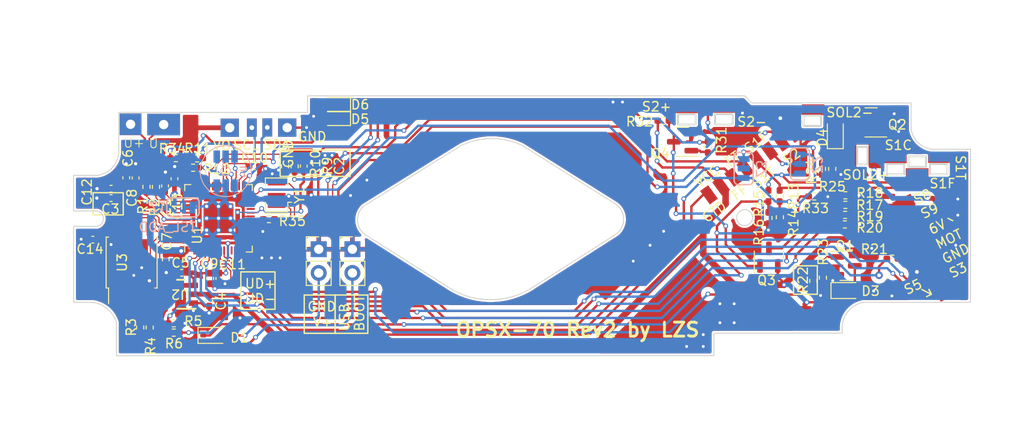
<source format=kicad_pcb>
(kicad_pcb (version 20221018) (generator pcbnew)
  (title_block (title "OPSX-70") (date "2023-05-05") (rev "2.1"))
  (layers (0 "F.Cu" signal) (31 "B.Cu" signal) (34 "B.Paste" user) (35 "F.Paste" user) (36 "B.SilkS" user "B.Silkscreen") (37 "F.SilkS" user "F.Silkscreen") (38 "B.Mask" user) (39 "F.Mask" user) (44 "Edge.Cuts" user))
  (net 0 "")
  (net 1 "+1V1")
  (net 2 "GND")
  (net 3 "VCC")
  (net 4 "/S8")
  (net 5 "/S8-3")
  (net 6 "/S3")
  (net 7 "/S5")
  (net 8 "+3.3V")
  (net 11 "/XIN")
  (net 12 "/XOUT")
  (net 23 "Net-(U1-USB_DP)")
  (net 24 "/USB_D+")
  (net 25 "Net-(U1-USB_DM)")
  (net 26 "/USB_D-")
  (net 27 "/~{USB_BOOT}")
  (net 28 "/QSPI_SS")
  (net 29 "/QSPI_SD3")
  (net 30 "/QSPI_SCLK")
  (net 31 "/QSPI_SD0")
  (net 32 "/QSPI_SD2")
  (net 33 "/QSPI_SD1")
  (net 34 "/MOTOR")
  (net 35 "Net-(U1-GPIO5)")
  (net 36 "Net-(Q1-G)")
  (net 37 "/S9")
  (net 38 "/S9-3")
  (net 39 "/SOL2-")
  (net 40 "/SOL2_MCU")
  (net 41 "/GTD-3")
  (net 42 "/GTD-6")
  (net 43 "VBUS")
  (net 44 "/FF")
  (net 45 "/FT")
  (net 46 "/FT-3")
  (net 48 "/SCL0")
  (net 49 "/SDA0")
  (net 50 "/S1T")
  (net 51 "/S1T-3")
  (net 52 "/S2")
  (net 53 "/S1F")
  (net 54 "/S1F-3")
  (net 55 "/S1F_FPC")
  (net 56 "/SOL1-")
  (net 57 "Net-(Q2-G)")
  (net 58 "/SOL1_MCU")
  (net 61 "Net-(Q4-B)")
  (net 62 "Net-(Q3-G)")
  (net 63 "/S1F_PF_MCU")
  (net 64 "Net-(D5-A)")
  (net 65 "/LED1")
  (net 66 "/LED2")
  (net 68 "/SCL1")
  (net 69 "Net-(U1-XOUT)")
  (net 70 "/SDA1")
  (footprint "Resistor_SMD:R_0402_1005Metric_Pad0.72x0.64mm_HandSolder" (layer "F.Cu") (at 48 65.3 -90)
    (fp_text reference "R10")
    (fp_text value "12k")
  )
  (footprint "Resistor_SMD:R_0402_1005Metric_Pad0.72x0.64mm_HandSolder" (layer "F.Cu") (at 46.275 70.95 180)
    (fp_text reference "R35")
    (fp_text value "1k")
  )
  (footprint "Capacitor_SMD:C_0402_1005Metric_Pad0.74x0.62mm_HandSolder" (layer "F.Cu") (at 32.025 66.55 90)
    (fp_text reference "C8")
    (fp_text value "100n")
  )
  (footprint "Resistor_SMD:R_0402_1005Metric_Pad0.72x0.64mm_HandSolder" (layer "F.Cu") (at 38.175 65.45)
    (fp_text reference "R12")
    (fp_text value "10k")
  )
  (footprint "Resistor_SMD:R_0402_1005Metric_Pad0.72x0.64mm_HandSolder" (layer "F.Cu") (at 36.325 64.425)
    (fp_text reference "R34")
    (fp_text value "330")
  )
  (footprint "Resistor_SMD:R_0402_1005Metric_Pad0.72x0.64mm_HandSolder" (layer "F.Cu") (at 33.184 67.5 90)
    (fp_text reference "R1")
    (fp_text value "27.4")
  )
  (footprint "Package_TO_SOT_SMD:SOT-23" (layer "F.Cu") (at 99.725 75.025 90)
    (fp_text reference "Q3")
    (fp_text value "Q_PMOS_GSD")
  )
  (footprint "Package_TO_SOT_SMD:SOT-23" (layer "F.Cu") (at 110.65 60.6 180)
    (fp_text reference "Q2")
    (fp_text value "Q_NMOS_GSD")
  )
  (footprint "Resistor_SMD:R_0402_1005Metric_Pad0.72x0.64mm_HandSolder" (layer "F.Cu") (at 106.5 65.575 90)
    (fp_text reference "R25")
    (fp_text value "100k")
  )
  (footprint "OPSX:sx70_i2c" (layer "F.Cu") (at 70 70)
    (fp_text reference "sx1" hide)
    (fp_text value "sx~")
    (fp_line (start -44.602401 -3.7338) (end -42.062401 -3.7338) (stroke (width 0.1)) (layer "Edge.Cuts"))
    (fp_line (start -44.602401 0.0762) (end -44.602401 -3.7338) (stroke (width 0.1)) (layer "Edge.Cuts"))
    (fp_line (start -44.602401 1.7272) (end -42.062401 1.7272) (stroke (width 0.1)) (layer "Edge.Cuts"))
    (fp_line (start -44.602401 9.8552) (end -44.602401 1.7272) (stroke (width 0.1)) (layer "Edge.Cuts"))
    (fp_line (start -42.570401 9.8552) (end -44.602401 9.8552) (stroke (width 0.1)) (layer "Edge.Cuts"))
    (fp_line (start -42.062401 0.0762) (end -44.602401 0.0762) (stroke (width 0.1)) (layer "Edge.Cuts"))
    (fp_line (start -40.030401 15.5702) (end -40.030401 12.0142) (stroke (width 0.1)) (layer "Edge.Cuts"))
    (fp_line (start -39.776401 -10.4648) (end -39.776401 -6.4008) (stroke (width 0.1)) (layer "Edge.Cuts"))
    (fp_line (start -39.776401 -10.4648) (end -19.583401 -10.4648) (stroke (width 0.1)) (layer "Edge.Cuts"))
    (fp_line (start -19.583401 -12.2428) (end 27.152599 -12.2428) (stroke (width 0.1)) (layer "Edge.Cuts"))
    (fp_line (start -19.583401 -10.4648) (end -19.583401 -12.2428) (stroke (width 0.1)) (layer "Edge.Cuts"))
    (fp_line (start -13.614401 -0.4318) (end -3.200401 -6.9088) (stroke (width 0.1)) (layer "Edge.Cuts"))
    (fp_line (start -13.614401 2.4892) (end -4.597401 8.2042) (stroke (width 0.1)) (layer "Edge.Cuts"))
    (fp_line (start 3.403599 -6.9088) (end 13.309599 -0.6858) (stroke (width 0.1)) (layer "Edge.Cuts"))
    (fp_line (start 13.309599 2.6162) (end 4.546599 8.2042) (stroke (width 0.1)) (layer "Edge.Cuts"))
    (fp_line (start 23.850599 13.1572) (end 23.850599 15.5702) (stroke (width 0.1)) (layer "Edge.Cuts"))
    (fp_line (start 23.850599 15.5702) (end -40.030401 15.5702) (stroke (width 0.1)) (layer "Edge.Cuts"))
    (fp_line (start 27.152599 -12.2428) (end 27.914599 -11.4808) (stroke (width 0.1)) (layer "Edge.Cuts"))
    (fp_line (start 27.914599 -11.4808) (end 44.932599 -11.4808) (stroke (width 0.1)) (layer "Edge.Cuts"))
    (fp_line (start 37.566599 12.7762) (end 37.566599 13.1572) (stroke (width 0.1)) (layer "Edge.Cuts"))
    (fp_line (start 37.566599 13.1572) (end 23.850599 13.1572) (stroke (width 0.1)) (layer "Edge.Cuts"))
    (fp_line (start 44.932599 -11.4808) (end 44.932599 -8.6868) (stroke (width 0.1)) (layer "Edge.Cuts"))
    (fp_line (start 47.091599 -6.5278) (end 51.282599 -6.5278) (stroke (width 0.1)) (layer "Edge.Cuts"))
    (fp_line (start 51.282599 -6.5278) (end 51.282599 9.8552) (stroke (width 0.1)) (layer "Edge.Cuts"))
    (fp_line (start 51.282599 9.8552) (end 39.852599 9.8552) (stroke (width 0.1)) (layer "Edge.Cuts"))
    (fp_rect (start 20.015199 -10.287) (end 21.894799 -9.1694) (stroke (width 0.2)) (fill none) (layer "Edge.Cuts"))
    (fp_rect (start 23.977599 -10.287) (end 25.857199 -9.1694) (stroke (width 0.2)) (fill none) (layer "Edge.Cuts"))
    (fp_rect (start 33.426399 -10.1346) (end 35.305999 -9.017) (stroke (width 0.2)) (fill none) (layer "Edge.Cuts"))
    (fp_rect (start 39.166799 -4.9022) (end 40.284399 -6.7818) (stroke (width 0.2)) (fill none) (layer "Edge.Cuts"))
    (fp_rect (start 42.316399 -4.953) (end 44.195999 -3.8354) (stroke (width 0.2)) (fill none) (layer "Edge.Cuts"))
    (fp_rect (start 44.653199 -5.7658) (end 46.532799 -4.6482) (stroke (width 0.2)) (fill none) (layer "Edge.Cuts"))
    (fp_rect (start 46.939199 -4.953) (end 48.818799 -3.8354) (stroke (width 0.2)) (fill none) (layer "Edge.Cuts"))
    (fp_arc (start -42.570401 9.8552) (mid -40.983915 10.562363) (end -40.030401 12.0142) (stroke (width 0.1)) (layer "Edge.Cuts"))
    (fp_arc (start -42.062401 0.0762) (mid -41.427401 0.9017) (end -42.062401 1.7272) (stroke (width 0.1)) (layer "Edge.Cuts"))
    (fp_arc (start -39.776401 -6.4008) (mid -40.406919 -4.628029) (end -42.062401 -3.7338) (stroke (width 0.1)) (layer "Edge.Cuts"))
    (fp_arc (start -13.614401 2.4892) (mid -14.249401 1.0287) (end -13.614401 -0.4318) (stroke (width 0.1)) (layer "Edge.Cuts"))
    (fp_arc (start -3.2004 -6.9088) (mid 0.101599 -7.6708) (end 3.403599 -6.9088) (stroke (width 0.1)) (layer "Edge.Cuts"))
    (fp_arc (start 4.546599 8.2042) (mid -0.025401 9.582063) (end -4.597401 8.2042) (stroke (width 0.1)) (layer "Edge.Cuts"))
    (fp_arc (start 13.309599 -0.685799) (mid 14.198599 0.9652) (end 13.309599 2.6162) (stroke (width 0.1)) (layer "Edge.Cuts"))
    (fp_arc (start 37.566599 12.7762) (mid 38.150724 10.878322) (end 39.852599 9.855201) (stroke (width 0.1)) (layer "Edge.Cuts"))
    (fp_arc (start 47.091599 -6.5278) (mid 45.664323 -7.259524) (end 44.932599 -8.6868) (stroke (width 0.1)) (layer "Edge.Cuts"))
    (fp_circle (center 27.127199 0.7874) (end 27.977199 0.7874) (stroke (width 0.1)) (fill none) (layer "Edge.Cuts"))
  )
  (footprint "Package_TO_SOT_SMD:SOT-23" (layer "F.Cu") (at 107.975 75.95)
    (fp_text reference "Q1")
    (fp_text value "Q_NMOS_GSD")
  )
  (footprint "Resistor_SMD:R_0402_1005Metric_Pad0.72x0.64mm_HandSolder" (layer "F.Cu") (at 99.675 68.475 -90)
    (fp_text reference "R15")
    (fp_text value "10k")
  )
  (footprint "Package_TO_SOT_SMD:SOT-23" (layer "F.Cu") (at 90.5025 62.672 180)
    (fp_text reference "Q4")
    (fp_text value "MMBT3904")
  )
  (footprint "Capacitor_SMD:C_0402_1005Metric_Pad0.74x0.62mm_HandSolder" (layer "F.Cu") (at 39.884 79.7 -90)
    (fp_text reference "C4")
    (fp_text value "0.1u")
  )
  (footprint "Capacitor_SMD:C_0402_1005Metric_Pad0.74x0.62mm_HandSolder" (layer "F.Cu") (at 27.45 73.15 180)
    (fp_text reference "C14")
    (fp_text value "100n")
  )
  (footprint "Resistor_SMD:R_0402_1005Metric_Pad0.72x0.64mm_HandSolder" (layer "F.Cu") (at 93.2 63.225 90)
    (fp_text reference "R31")
    (fp_text value "5.6k")
  )
  (footprint "Capacitor_SMD:C_0402_1005Metric_Pad0.74x0.62mm_HandSolder" (layer "F.Cu") (at 31.025 66.525 90)
    (fp_text reference "C6")
    (fp_text value "100n")
  )
  (footprint "Resistor_SMD:R_0402_1005Metric_Pad0.72x0.64mm_HandSolder" (layer "F.Cu") (at 88.45 60.425)
    (fp_text reference "R32")
    (fp_text value "47k")
  )
  (footprint "Resistor_SMD:R_0402_1005Metric_Pad0.72x0.64mm_HandSolder" (layer "F.Cu") (at 99.675 70.825 -90)
    (fp_text reference "R16")
    (fp_text value "12k")
  )
  (footprint "Capacitor_SMD:C_0402_1005Metric_Pad0.74x0.62mm_HandSolder" (layer "F.Cu") (at 50 65.275 90)
    (fp_text reference "C2")
    (fp_text value "100n")
  )
  (footprint "Resistor_SMD:R_0402_1005Metric_Pad0.72x0.64mm_HandSolder" (layer "F.Cu") (at 36.1025 83.1 180)
    (fp_text reference "R6")
    (fp_text value "10k")
  )
  (footprint "Resistor_SMD:R_0402_1005Metric_Pad0.72x0.64mm_HandSolder" (layer "F.Cu") (at 100.9 70.75 -90)
    (fp_text reference "R14")
    (fp_text value "12k")
  )
  (footprint "Capacitor_SMD:C_0402_1005Metric_Pad0.74x0.62mm_HandSolder" (layer "F.Cu") (at 44.704 65.278)
    (fp_text reference "C10")
    (fp_text value "100n")
  )
  (footprint "Resistor_SMD:R_0402_1005Metric_Pad0.72x0.64mm_HandSolder" (layer "F.Cu") (at 105.5 77.216 90)
    (fp_text reference "R23")
    (fp_text value "100k")
  )
  (footprint "Crystal:Resonator_SMD_Murata_CSTxExxV-3Pin_3.0x1.1mm" (layer "F.Cu") (at 47.1 68.35 90)
    (fp_text reference "Y1")
    (fp_text value "Crystal_GND2")
  )
  (footprint "Diode_SMD:D_SOD-323" (layer "F.Cu") (at 106.825 61.8 90)
    (fp_text reference "D4")
    (fp_text value "1N4148WS")
  )
  (footprint "Resistor_SMD:R_0402_1005Metric_Pad0.72x0.64mm_HandSolder" (layer "F.Cu") (at 107.9 68.4)
    (fp_text reference "R18")
    (fp_text value "12k")
  )
  (footprint "Resistor_SMD:R_0402_1005Metric_Pad0.72x0.64mm_HandSolder" (layer "F.Cu") (at 36.1025 82.1)
    (fp_text reference "R5")
    (fp_text value "12k")
  )
  (footprint "Resistor_SMD:R_0402_1005Metric_Pad0.72x0.64mm_HandSolder" (layer "F.Cu") (at 107.875 70.5 180)
    (fp_text reference "R19")
    (fp_text value "10k")
  )
  (footprint "Diode_SMD:D_0603_1608Metric_Pad1.05x0.95mm_HandSolder" (layer "F.Cu") (at 53.34 60.198 180)
    (fp_text reference "D5")
    (fp_text value "LED")
  )
  (footprint "Connector_PinHeader_2.54mm:PinHeader_1x02_P2.54mm_Vertical" (layer "F.Cu") (at 55.2 74.175)
    (fp_text reference "J1" hide)
    (fp_text value "Conn_01x02")
  )
  (footprint "Diode_SMD:D_0603_1608Metric_Pad1.05x0.95mm_HandSolder" (layer "F.Cu") (at 53.34 58.674 180)
    (fp_text reference "D6")
    (fp_text value "LED")
  )
  (footprint "Resistor_SMD:R_0402_1005Metric_Pad0.72x0.64mm_HandSolder" (layer "F.Cu") (at 49.025 65.3 90)
    (fp_text reference "R9")
    (fp_text value "10k")
  )
  (footprint "Resistor_SMD:R_0402_1005Metric_Pad0.72x0.64mm_HandSolder" (layer "F.Cu") (at 107.9 69.425 180)
    (fp_text reference "R17")
    (fp_text value "10k")
  )
  (footprint "Capacitor_SMD:C_0402_1005Metric_Pad0.74x0.62mm_HandSolder" (layer "F.Cu") (at 29.4 67.7 180)
    (fp_text reference "C12")
    (fp_text value "100n")
  )
  (footprint "Diode_SMD:D_SOD-323" (layer "F.Cu") (at 107.975 78.6)
    (fp_text reference "D3")
    (fp_text value "1N4148WS")
  )
  (footprint "Resistor_SMD:R_0402_1005Metric_Pad0.72x0.64mm_HandSolder" (layer "F.Cu") (at 104.575 68.525 180)
    (fp_text reference "R33")
    (fp_text value "2.7k")
  )
  (footprint "Diode_SMD:D_SOD-323" (layer "F.Cu") (at 40.3 83.4)
    (fp_text reference "D1")
    (fp_text value "1N4148WS")
  )
  (footprint "Resistor_SMD:R_0402_1005Metric_Pad0.72x0.64mm_HandSolder" (layer "F.Cu") (at 105.4 65.575 90)
    (fp_text reference "R24")
    (fp_text value "120")
  )
  (footprint "Package_SO:SOIC-8_5.23x5.23mm_P1.27mm" (layer "F.Cu") (at 31.6 75.6 90)
    (fp_text reference "U3")
    (fp_text value "W25Q128JVS")
  )
  (footprint "Capacitor_SMD:C_0402_1005Metric_Pad0.74x0.62mm_HandSolder" (layer "F.Cu") (at 35.25 75.3 -90)
    (fp_text reference "C7")
    (fp_text value "100n")
  )
  (footprint "Capacitor_SMD:C_0402_1005Metric_Pad0.74x0.62mm_HandSolder" (layer "F.Cu") (at 35.175 67.4 90)
    (fp_text reference "C1")
    (fp_text value "100n")
  )
  (footprint "Resistor_SMD:R_0402_1005Metric_Pad0.72x0.64mm_HandSolder" (layer "F.Cu") (at 34.2 67.5 90)
    (fp_text reference "R2")
    (fp_text value "27.4")
  )
  (footprint "Resistor_SMD:R_0402_1005Metric_Pad0.72x0.64mm_HandSolder" (layer "F.Cu") (at 112.9275 75.184)
    (fp_text reference "R21")
    (fp_text value "120")
  )
  (footprint "Connector_PinHeader_2.54mm:PinHeader_1x02_P2.54mm_Vertical" (layer "F.Cu") (at 51.6 74.175)
    (fp_text reference "J3" hide)
    (fp_text value "Conn_01x02")
  )
  (footprint "Resistor_SMD:R_0402_1005Metric_Pad0.72x0.64mm_HandSolder" (layer "F.Cu") (at 38.6 64.45)
    (fp_text reference "R11")
    (fp_text value "10k")
  )
  (footprint "Resistor_SMD:R_0402_1005Metric_Pad0.72x0.64mm_HandSolder" (layer "F.Cu") (at 33.528 82.55 90)
    (fp_text reference "R4")
    (fp_text value "10k")
  )
  (footprint "Resistor_SMD:R_0402_1005Metric_Pad0.72x0.64mm_HandSolder" (layer "F.Cu") (at 100.875 68.475 -90)
    (fp_text reference "R13")
    (fp_text value "10k")
  )
  (footprint "Capacitor_SMD:C_0402_1005Metric_Pad0.74x0.62mm_HandSolder" (layer "F.Cu") (at 29.4 68.7 180)
    (fp_text reference "C3")
    (fp_text value "1u")
  )
  (footprint "Resistor_SMD:R_0402_1005Metric_Pad0.72x0.64mm_HandSolder" (layer "F.Cu") (at 107.85 71.525)
    (fp_text reference "R20")
    (fp_text value "12k")
  )
  (footprint "Capacitor_SMD:C_0402_1005Metric_Pad0.74x0.62mm_HandSolder" (layer "F.Cu") (at 40 77.3 -90)
    (fp_text reference "C9")
    (fp_text value "100n")
  )
  (footprint "Capacitor_SMD:C_0402_1005Metric_Pad0.74x0.62mm_HandSolder" (layer "F.Cu") (at 36.175 66.625 90)
    (fp_text reference "C13")
    (fp_text value "1u")
  )
  (footprint "Capacitor_SMD:C_0402_1005Metric_Pad0.74x0.62mm_HandSolder" (layer "F.Cu") (at 36.95 76.7 180)
    (fp_text reference "C5")
    (fp_text value "1u")
  )
  (footprint "RP2040_minimal:RP2040-QFN-56" (layer "F.Cu") (at 40.8875 70.8625 90)
    (fp_text reference "U1")
    (fp_text value "RP2040")
  )
  (footprint "Resistor_SMD:R_0402_1005Metric_Pad0.72x0.64mm_HandSolder" (layer "F.Cu") (at 32.512 82.55 90)
    (fp_text reference "R3")
    (fp_text value "1k")
  )
  (footprint "TI_footprints:DBV0005A_N" (layer "F.Cu") (at 36.825 78.994 180)
    (fp_text reference "U2")
    (fp_text value "TLV70433DBVR")
  )
  (footprint "Resistor_SMD:R_0402_1005Metric_Pad0.72x0.64mm_HandSolder" (layer "F.Cu") (at 104.475 77.566 90)
    (fp_text reference "R22")
    (fp_text value "120")
  )
  (footprint "Capacitor_SMD:C_0402_1005Metric_Pad0.74x0.62mm_HandSolder" (layer "F.Cu") (at 40.975 77.3 -90)
    (fp_text reference "C11")
    (fp_text value "100n")
  )
  (footprint "OPSX:Selector_default" (layer "B.Cu") (at 96.9772 65.5828 90)
    (fp_text reference "Z3")
    (fp_text value "~")
  )
  (footprint "OPSX:Selector_default" (layer "B.Cu") (at 103 65.1 90)
    (fp_text reference "Z2")
    (fp_text value "~")
  )
  (footprint "OPSX:TMB6-1.55-3.8X2.6MM" (layer "B.Cu") (at 41.65 65.8 90)
    (fp_text reference "U4")
    (fp_text value "OPTICAL-TSL2561T(6P-3.8X2.6MM)")
  )
  (footprint "OPSX:Selector_default" (layer "B.Cu") (at 37.0332 69.6492)
    (fp_text reference "Z1")
    (fp_text value "~")
  )
  (gr_rect locked (start 43.275 76.6) (end 46.925 80.6) (stroke (width 0.15)) (fill none) (layer "F.SilkS"))
  (gr_rect (start 50.05 79.075) (end 53.35 83.175) (stroke (width 0.15)) (fill none) (layer "F.SilkS"))
  (gr_line (start 116.84 78.486) (end 117.094 78.994) (stroke (width 0.15)) (layer "F.SilkS"))
  (gr_rect (start 47.475 63.55) (end 54.95 66.375) (stroke (width 0.15)) (fill none) (layer "F.SilkS"))
  (gr_line (start 119.38 71.12) (end 118.872 70.866) (stroke (width 0.15)) (layer "F.SilkS"))
  (gr_line (start 117.094 78.994) (end 116.586 79.248) (stroke (width 0.15)) (layer "F.SilkS"))
  (gr_rect (start 53.35 79.075) (end 56.85 83.175) (stroke (width 0.15)) (fill none) (layer "F.SilkS"))
  (gr_rect (start 102.362 75.946) (end 104.902 78.994) (stroke (width 0.15)) (fill none) (layer "F.SilkS"))
  (gr_rect (start 27.475 68.125) (end 30.7 70.5) (stroke (width 0.15)) (fill none) (layer "F.SilkS"))
  (gr_line (start 116.078 78.486) (end 117.094 78.994) (stroke (width 0.15)) (layer "F.SilkS"))
  (gr_line (start 117.094 78.994) (end 116.84 78.486) (stroke (width 0.15)) (layer "F.SilkS"))
  (gr_text "TSL_ADD" (at 38.6 72.4) (layer "B.SilkS") (effects (font (size 1 1)) (justify left bottom mirror)))
  (gr_text "V+" (at 50.9 82.6) (layer "F.SilkS") (effects (font (size 1 1)) (justify left bottom)))
  (gr_text locked "UD+\nUD-" (at 43.625 80.05) (layer "F.SilkS") (effects (font (size 1 1)) (justify left bottom)))
  (gr_text "GND" (at 50.3 80.9) (layer "F.SilkS") (effects (font (size 1 1)) (justify left bottom)))
  (gr_text "USB\nBOOT" (at 56.55 83.05 90) (layer "F.SilkS") (effects (font (size 1 1)) (justify left bottom)))
  (gr_text "OPSX-70 Rev2 by LZS" (at 66.075 83.675) (layer "F.SilkS") (effects (font (size 1.5 1.5) (thickness 0.3) bold) (justify left bottom)))
  (segment (start 36.035 69.06) (end 35.175 68.2) (width 0.127) (layer "F.Cu") (net 1))
  (segment (start 35.045 70.953) (end 35.045 70.745) (width 0.127) (layer "F.Cu") (net 1))
  (segment (start 37.45 69.0625) (end 37.4475 69.06) (width 0.127) (layer "F.Cu") (net 1))
  (segment (start 35.045 70.953) (end 35.1545 71.0625) (width 0.127) (layer "F.Cu") (net 1))
  (segment (start 35.175 68.2) (end 35.175 67.9675) (width 0.127) (layer "F.Cu") (net 1))
  (segment (start 37.4475 69.06) (end 36.035 69.06) (width 0.127) (layer "F.Cu") (net 1))
  (segment (start 35.045 70.745) (end 34.4 70.1) (width 0.127) (layer "F.Cu") (net 1))
  (segment (start 45.5 69.825) (end 45.0625 70.2625) (width 0.127) (layer "F.Cu") (net 1))
  (segment (start 50 66.975) (end 49.65 67.325) (width 0.254) (layer "F.Cu") (net 1))
  (segment (start 49.65 70.05) (end 49.7 70.1) (width 0.254) (layer "F.Cu") (net 1))
  (segment (start 30.4 68.7) (end 29.9675 68.7) (width 0.127) (layer "F.Cu") (net 1))
  (segment (start 31.8 70.1) (end 30.4 68.7) (width 0.127) (layer "F.Cu") (net 1))
  (segment (start 35.1545 71.0625) (end 37.45 71.0625) (width 0.127) (layer "F.Cu") (net 1))
  (segment (start 49.65 67.325) (end 49.65 70.05) (width 0.254) (layer "F.Cu") (net 1))
  (segment (start 34.4 70.1) (end 31.8 70.1) (width 0.127) (layer "F.Cu") (net 1))
  (segment (start 45.0625 70.2625) (end 44.325 70.2625) (width 0.127) (layer "F.Cu") (net 1))
  (segment (start 50 65.8425) (end 50 66.975) (width 0.254) (layer "F.Cu") (net 1))
  (via (at 49.7 70.1) (size 0.51) (drill 0.31) (layers "F.Cu" "B.Cu") (net 1))
  (via (at 45.5 69.825) (size 0.51) (drill 0.31) (layers "F.Cu" "B.Cu") (net 1))
  (via (at 42.942 70.223544) (size 0.51) (drill 0.31) (layers "F.Cu" "B.Cu") (net 1))
  (via (at 38.833 71.1115) (size 0.51) (drill 0.31) (layers "F.Cu" "B.Cu") (net 1))
  (via (at 35.045 70.953) (size 0.51) (drill 0.31) (layers "F.Cu" "B.Cu") (net 1))
  (segment (start 45.5 69.825) (end 45.875 70.2) (width 0.127) (layer "B.Cu") (net 1))
  (segment (start 45.5 69.825) (end 45.101456 70.223544) (width 0.127) (layer "B.Cu") (net 1))
  (segment (start 35.045 70.953) (end 38.6745 70.953) (width 0.127) (layer "B.Cu") (net 1))
  (segment (start 38.6745 70.953) (end 38.833 71.1115) (width 0.127) (layer "B.Cu") (net 1))
  (segment (start 49.6 70.2) (end 49.7 70.1) (width 0.127) (layer "B.Cu") (net 1))
  (segment (start 45.875 70.2) (end 49.6 70.2) (width 0.127) (layer "B.Cu") (net 1))
  (segment (start 45.101456 70.223544) (end 42.942 70.223544) (width 0.127) (layer "B.Cu") (net 1))
  (segment (start 45.974 65.501) (end 45.925 65.55) (width 0.254) (layer "F.Cu") (net 2))
  (segment (start 96.291 58.991) (end 94.902 58.991) (width 0.7) (layer "F.Cu") (net 2))
  (segment (start 48.2322 61.1608) (end 50.2892 61.1608) (width 0.254) (layer "F.Cu") (net 2))
  (segment (start 31.009 65.9415) (end 31.009 65.026) (width 0.254) (layer "F.Cu") (net 2))
  (segment (start 50.85 64.77) (end 50.85 68.3315) (width 0.254) (layer "F.Cu") (net 2))
  (segment (start 47.25 68.5) (end 48.4 68.5) (width 0.127) (layer "F.Cu") (net 2))
  (segment (start 40.3 77.8675) (end 40.3 77.8955) (width 0.254) (layer "F.Cu") (net 2))
  (segment (start 36.7 82.1) (end 37.3 82.1) (width 0.254) (layer "F.Cu") (net 2))
  (segment (start 35.325 76.7) (end 35.3 76.675) (width 0.254) (layer "F.Cu") (net 2))
  (segment (start 50.85 64.77) (end 50.0625 64.77) (width 0.254) (layer "F.Cu") (net 2))
  (segment (start 45.4 72.275) (end 45.625 72.275) (width 0.127) (layer "F.Cu") (net 2))
  (segment (start 32.025 65.9825) (end 32.025 65.026) (width 0.254) (layer "F.Cu") (net 2))
  (segment (start 103.124 63.1565) (end 102.616 63.6645) (width 0.254) (layer "F.Cu") (net 2))
  (segment (start 47.6625 65.7) (end 48 66.0375) (width 0.127) (layer "F.Cu") (net 2))
  (segment (start 103.124 62.510666) (end 103.124 63.1565) (width 0.254) (layer "F.Cu") (net 2))
  (segment (start 45.974 65.278) (end 45.974 65.501) (width 0.254) (layer "F.Cu") (net 2))
  (segment (start 96.9 59.6) (end 96.291 58.991) (width 0.7) (layer "F.Cu") (net 2))
  (segment (start 105.1725 68.525) (end 106 68.525) (width 0.254) (layer "F.Cu") (net 2))
  (segment (start 115.55 76.6) (end 116.562 75.588) (width 0.7) (layer "F.Cu") (net 2))
  (segment (start 38.200001 80.750001) (end 38.200001 79.944001) (width 0.254) (layer "F.Cu") (net 2))
  (segment (start 105.7885 77.525) (end 106.55 77.525) (width 0.254) (layer "F.Cu") (net 2))
  (segment (start 41.575 77.8675) (end 40.975 77.8675) (width 0.254) (layer "F.Cu") (net 2))
  (segment (start 35.25 76.625) (end 35.3 76.675) (width 0.254) (layer "F.Cu") (net 2))
  (segment (start 33.505 77.555) (end 33.505 79.2) (width 0.127) (layer "F.Cu") (net 2))
  (segment (start 47.1 68.35) (end 47.25 68.5) (width 0.127) (layer "F.Cu") (net 2))
  (segment (start 107.0375 76.9) (end 107.0375 77.0375) (width 0.254) (layer "F.Cu") (net 2))
  (segment (start 33.5 77.55) (end 33.505 77.555) (width 0.127) (layer "F.Cu") (net 2))
  (segment (start 39.044001 79.944001) (end 38.200001 79.944001) (width 0.254) (layer "F.Cu") (net 2))
  (segment (start 39.3675 80.2675) (end 39.044001 79.944001) (width 0.254) (layer "F.Cu") (net 2))
  (segment (start 39.884 80.2675) (end 39.3675 80.2675) (width 0.254) (layer "F.Cu") (net 2))
  (segment (start 105.5 77.8135) (end 105.7885 77.525) (width 0.254) (layer "F.Cu") (net 2))
  (segment (start 50.85 68.3315) (end 50.8 68.3815) (width 0.254) (layer "F.Cu") (net 2))
  (segment (start 105.5 77.8135) (end 105.5 78.875) (width 0.254) (layer "F.Cu") (net 2))
  (segment (start 106.5 66.1725) (end 107.4225 66.1725) (width 0.254) (layer "F.Cu") (net 2))
  (segment (start 26.8825 73.15) (end 26.25 73.15) (width 0.127) (layer "F.Cu") (net 2))
  (segment (start 35.25 75.8675) (end 35.25 76.625) (width 0.254) (layer "F.Cu") (net 2))
  (segment (start 28.8575 67.69) (end 27.901 67.69) (width 0.127) (layer "F.Cu") (net 2))
  (segment (start 50.2892 61.1608) (end 50.3 61.15) (width 0.254) (layer "F.Cu") (net 2))
  (segment (start 35.209 66.7985) (end 35.209 65.9165) (width 0.254) (layer "F.Cu") (net 2))
  (segment (start 45.974 65.278) (end 45.2715 65.278) (width 0.254) (layer "F.Cu") (net 2))
  (segment (start 116.562 75.588) (end 117.244 75.588) (width 0.254) (layer "F.Cu") (net 2))
  (segment (start 96.378 61.722) (end 96.9 61.2) (width 0.254) (layer "F.Cu") (net 2))
  (segment (start 100.95 60.15) (end 100.95 60.336666) (width 0.254) (layer "F.Cu") (net 2))
  (segment (start 109.375 68.4) (end 108.4975 68.4) (width 0.254) (layer "F.Cu") (net 2))
  (segment (start 117.862 75.588) (end 117.244 75.588) (width 0.254) (layer "F.Cu") (net 2))
  (segment (start 36.3825 76.7) (end 35.325 76.7) (width 0.254) (layer "F.Cu") (net 2))
  (segment (start 39.884 80.2675) (end 39.884 81) (width 0.254) (layer "F.Cu") (net 2))
  (segment (start 105.5 78.875) (end 105.25 79.125) (width 0.254) (layer "F.Cu") (net 2))
  (segment (start 106 68.525) (end 106.025 68.55) (width 0.254) (layer "F.Cu") (net 2))
  (segment (start 44.9875 71.8625) (end 44.325 71.8625) (width 0.127) (layer "F.Cu") (net 2))
  (segment (start 107.0375 77.0375) (end 106.55 77.525) (width 0.254) (layer "F.Cu") (net 2))
  (segment (start 111.5875 59.65) (end 113.1 59.65) (width 0.254) (layer "F.Cu") (net 2))
  (segment (start 26.25 73.15) (end 26.2 73.1) (width 0.127) (layer "F.Cu") (net 2))
  (segment (start 36.2 66.1325) (end 36.2 65.325) (width 0.254) (layer "F.Cu") (net 2))
  (segment (start 113.1 59.65) (end 113.125 59.675) (width 0.254) (layer "F.Cu") (net 2))
  (segment (start 100.95 60.336666) (end 103.124 62.510666) (width 0.254) (layer "F.Cu") (net 2))
  (segment (start 119.7 73.75) (end 117.862 75.588) (width 0.7) (layer "F.Cu") (net 2))
  (segment (start 27.876 68.7) (end 28.8425 68.7) (width 0.127) (layer "F.Cu") (net 2))
  (segment (start 91.44 61.722) (end 96.378 61.722) (width 0.254) (layer "F.Cu") (net 2))
  (segment (start 108.4475 71.525) (end 109.45 71.525) (width 0.254) (layer "F.Cu") (net 2))
  (segment (start 40 77.8955) (end 40.5 78.3955) (width 0.254) (layer "F.Cu") (net 2))
  (segment (start 50 64.7075) (end 50 64.8325) (width 0.254) (layer "F.Cu") (net 2))
  (segment (start 45.4 72.275) (end 44.9875 71.8625) (width 0.127) (layer "F.Cu") (net 2))
  (segment (start 96.9 61.2) (end 96.9 59.6) (width 0.254) (layer "F.Cu") (net 2))
  (segment (start 99.675 71.4225) (end 99.675 72.125) (width 0.254) (layer "F.Cu") (net 2))
  (segment (start 107.4225 66.1725) (end 107.425 66.175) (width 0.254) (layer "F.Cu") (net 2))
  (segment (start 47.3 65.7) (end 47.6625 65.7) (width 0.127) (layer "F.Cu") (net 2))
  (via (at 112.875 79.175) (size 0.51) (drill 0.31) (layers "F.Cu" "B.Cu") (net 2))
  (via (at 92.71 83.312) (size 0.51) (drill 0.31) (layers "F.Cu" "B.Cu") (net 2))
  (via (at 113.125 59.675) (size 0.51) (drill 0.31) (layers "F.Cu" "B.Cu") (net 2))
  (via (at 113.6 61.575) (size 0.51) (drill 0.31) (layers "F.Cu" "B.Cu") (net 2))
  (via (at 45.925 65.55) (size 0.51) (drill 0.31) (layers "F.Cu" "B.Cu") (net 2))
  (via (at 50.85 64.77) (size 0.51) (drill 0.31) (layers "F.Cu" "B.Cu") (net 2))
  (via (at 38.200001 80.750001) (size 0.51) (drill 0.31) (layers "F.Cu" "B.Cu") (net 2))
  (via (at 106.55 77.525) (size 0.51) (drill 0.31) (layers "F.Cu" "B.Cu") (net 2))
  (via (at 119.7 73.75) (size 0.51) (drill 0.31) (layers "F.Cu" "B.Cu") (net 2))
  (via (at 119.925 68.8) (size 0.51) (drill 0.31) (layers "F.Cu" "B.Cu") (net 2))
  (via (at 52.275 64.125) (size 0.51) (drill 0.31) (layers "F.Cu" "B.Cu") (net 2))
  (via (at 106.025 68.55) (size 0.51) (drill 0.31) (layers "F.Cu" "B.Cu") (net 2))
  (via (at 50.8 68.3815) (size 0.51) (drill 0.31) (layers "F.Cu" "B.Cu") (net 2))
  (via (at 48.4 68.5) (size 0.51) (drill 0.31) (layers "F.Cu" "B.Cu") (net 2))
  (via (at 105.25 79.125) (size 0.51) (drill 0.31) (layers "F.Cu" "B.Cu") (net 2))
  (via (at 53.025 64.125) (size 0.51) (drill 0.31) (layers "F.Cu" "B.Cu") (net 2))
  (via (at 51.054 59.944) (size 0.51) (drill 0.31) (layers "F.Cu" "B.Cu") (net 2))
  (via (at 41.575 77.8675) (size 0.51) (drill 0.31) (layers "F.Cu" "B.Cu") (net 2))
  (via (at 52.275 64.925) (size 0.51) (drill 0.31) (layers "F.Cu" "B.Cu") (net 2))
  (via (at 35.3 76.675) (size 0.6) (drill 0.35) (layers "F.Cu" "B.Cu") (net 2))
  (via (at 113.6 60.525) (size 0.51) (drill 0.31) (layers "F.Cu" "B.Cu") (net 2))
  (via (at 84.074 58.42) (size 0.51) (drill 0.31) (layers "F.Cu" "B.Cu") (net 2))
  (via (at 94.488 82.042) (size 0.51) (drill 0.31) (layers "F.Cu" "B.Cu") (net 2))
  (via (at 31.009 65.026) (size 0.6) (drill 0.35) (layers "F.Cu" "B.Cu") (net 2))
  (via (at 110.925 78.65) (size 0.51) (drill 0.31) (layers "F.Cu" "B.Cu") (net 2))
  (via (at 83.058 58.42) (size 0.51) (drill 0.31) (layers "F.Cu" "B.Cu") (net 2))
  (via (at 92.71 84.582) (size 0.51) (drill 0.31) (layers "F.Cu" "B.Cu") (net 2))
  (via (at 47.475 75.1) (size 0.51) (drill 0.31) (layers "F.Cu" "B.Cu") (net 2))
  (via (at 26.2 73.1) (size 0.51) (drill 0.31) (layers "F.Cu" "B.Cu") (net 2))
  (via (at 33.5 77.55) (size 0.6) (drill 0.35) (layers "F.Cu" "B.Cu") (net 2))
  (via (at 31.825 76.975) (size 0.51) (drill 0.31) (layers "F.Cu" "B.Cu") (net 2))
  (via (at 43.18 81.534) (size 0.51) (drill 0.31) (layers "F.Cu" "B.Cu") (net 2))
  (via (at 45.525 75.1) (size 0.51) (drill 0.31) (layers "F.Cu" "B.Cu") (net 2))
  (via (at 109.45 71.525) (size 0.51) (drill 0.31) (layers "F.Cu" "B.Cu") (net 2))
  (via (at 46.625 66.1) (size 0.51) (drill 0.31) (layers "F.Cu" "B.Cu") (net 2))
  (via (at 45.625 72.275) (size 0.51) (drill 0.31) (layers "F.Cu" "B.Cu") (net 2))
  (via (at 109.375 68.4) (size 0.51) (drill 0.31) (layers "F.Cu" "B.Cu") (net 2))
  (via (at 36.2 65.325) (size 0.6) (drill 0.35) (layers "F.Cu" "B.Cu") (net 2))
  (via (at 37.3 82.1) (size 0.51) (drill 0.31) (layers "F.Cu" "B.Cu") (net 2))
  (via (at 29.4 73.675) (size 0.51) (drill 0.31) (layers "F.Cu" "B.Cu") (net 2))
  (via (at 107.425 66.175) (size 0.51) (drill 0.31) (layers "F.Cu" "B.Cu") (net 2))
  (via (at 32.025 65.026) (size 0.6) (drill 0.35) (layers "F.Cu" "B.Cu") (net 2))
  (via (at 27.901 67.69) (size 0.6) (drill 0.35) (layers "F.Cu" "B.Cu") (net 2))
  (via (at 94.488 80.01) (size 0.51) (drill 0.31) (layers "F.Cu" "B.Cu") (net 2))
  (via (at 27.876 68.7) (size 0.6) (drill 0.35) (layers "F.Cu" "B.Cu") (net 2))
  (via (at 87.025 73.75) (size 0.51) (drill 0.31) (layers "F.Cu" "B.Cu") (net 2))
  (via (at 119.925 70.525) (size 0.51) (drill 0.31) (layers "F.Cu" "B.Cu") (net 2))
  (via (at 50.3 61.15) (size 0.51) (drill 0.31) (layers "F.Cu" "B.Cu") (net 2))
  (via (at 35.209 65.9165) (size 0.6) (drill 0.35) (layers "F.Cu" "B.Cu") (net 2))
  (via (at 46.55 75.1) (size 0.51) (drill 0.31) (layers "F.Cu" "B.Cu") (net 2))
  (via (at 100.95 60.15) (size 0.8) (drill 0.4) (layers "F.Cu" "B.Cu") (net 2))
  (via (at 47.3 65.7) (size 0.51) (drill 0.31) (layers "F.Cu" "B.Cu") (net 2))
  (via (at 99.675 72.125) (size 0.51) (drill 0.31) (layers "F.Cu" "B.Cu") (net 2))
  (via (at 55 68.425) (size 0.51) (drill 0.31) (layers "F.Cu" "B.Cu") (net 2))
  (via (at 32.675 76.15) (size 0.51) (drill 0.31) (layers "F.Cu" "B.Cu") (net 2))
  (via (at 110.725 74.075) (size 0.51) (drill 0.31) (layers "F.Cu" "B.Cu") (net 2))
  (via (at 39.884 81) (size 0.6) (drill 0.35) (layers "F.Cu" "B.Cu") (net 2))
  (via (at 96.012 80.01) (size 0.51) (drill 0.31) (layers "F.Cu" "B.Cu") (net 2))
  (via (at 85.225 75.45) (size 0.51) (drill 0.31) (layers "F.Cu" "B.Cu") (net 2))
  (via (at 88.475 72.25) (size 0.51) (drill 0.31) (layers "F.Cu" "B.Cu") (net 2))
  (via (at 96.012 82.042) (size 0.51) (drill 0.31) (layers "F.Cu" "B.Cu") (net 2))
  (via (at 56.75 66.775) (size 0.51) (drill 0.31) (layers "F.Cu" "B.Cu") (net 2))
  (via (at 115.55 76.6) (size 0.8) (drill 0.4) (layers "F.Cu" "B.Cu") (net 2))
  (via (at 90.932 84.582) (size 0.51) (drill 0.31) (layers "F.Cu" "B.Cu") (net 2))
  (via (at 96.9 59.6) (size 0.51) (drill 0.31) (layers "F.Cu" "B.Cu") (net 2))
  (via (at 40.5 78.3955) (size 0.51) (drill 0.31) (layers "F.Cu" "B.Cu") (net 2))
  (segment (start 39.6125 69.5875) (end 39.0125 69.5875) (width 0.254) (layer "B.Cu") (net 2))
  (segment (start 39.6125 70.8625) (end 40.8875 70.8625) (width 0.254) (layer "B.Cu") (net 2))
  (segment (start 40.8875 70.8625) (end 40.8875 72.1375) (width 0.254) (layer "B.Cu") (net 2))
  (segment (start 40.8875 69.5875) (end 40.8875 70.8625) (width 0.254) (layer "B.Cu") (net 2))
  (segment (start 37.4 68.5) (end 37.084 68.816) (width 0.254) (layer "B.Cu") (net 2))
  (segment (start 37.084 68.816) (end 37.084 69.7) (width 0.254) (layer "B.Cu") (net 2))
  (segment (start 39.0125 69.5875) (end 38.875 69.725) (width 0.254) (layer "B.Cu") (net 2))
  (segment (start 50.6815 68.5) (end 50.8 68.3815) (width 0.254) (layer "B.Cu") (net 2))
  (segment (start 41.3 68.5) (end 37.4 68.5) (width 0.254) (layer "B.Cu") (net 2))
  (segment (start 40.8875 70.8625) (end 42.1625 70.8625) (width 0.254) (layer "B.Cu") (net 2))
  (segment (start 41.65 68.15) (end 41.3 68.5) (width 0.254) (layer "B.Cu") (net 2))
  (segment (start 38.1 69.7) (end 37.084 69.7) (width 0.254) (layer "B.Cu") (net 2))
  (segment (start 41.65 67.35) (end 41.65 68.15) (width 0.254) (layer "B.Cu") (net 2))
  (segment (start 38.125 69.725) (end 38.1 69.7) (width 0.254) (layer "B.Cu") (net 2))
  (segment (start 38.875 69.725) (end 38.125 69.725) (width 0.254) (layer "B.Cu") (net 2))
  (segment (start 48.4 68.5) (end 50.6815 68.5) (width 0.254) (layer "B.Cu") (net 2))
  (segment (start 47.778 84.328) (end 45.6 82.15) (width 0.7) (layer "F.Cu") (net 3))
  (segment (start 92.71 74.676) (end 92.71 72.644) (width 0.7) (layer "F.Cu") (net 3))
  (segment (start 106.825 62.85) (end 106.825 63.35) (width 0.508) (layer "F.Cu") (net 3))
  (segment (start 87.8525 61.6475) (end 87.8525 60.425) (width 0.254) (layer "F.Cu") (net 3))
  (segment (start 101.346 77.796) (end 101.346 77.978) (width 0.254) (layer "F.Cu") (net 3))
  (segment (start 95.1 69.325) (end 95.1 67.869302) (width 0.7) (layer "F.Cu") (net 3))
  (segment (start 39.884 79.1325) (end 39.7515 79) (width 0.254) (layer "F.Cu") (net 3))
  (segment (start 100.675 75.9625) (end 100.675 77.125) (width 0.254) (layer "F.Cu") (net 3))
  (segment (start 101.346 77.978) (end 106.199 73.125) (width 0.7) (layer "F.Cu") (net 3))
  (segment (start 88.35 65.425) (end 92.655698 65.425) (width 0.254) (layer "F.Cu") (net 3))
  (segment (start 103.775 79.85) (end 103.5788 80.0462) (width 0.508) (layer "F.Cu") (net 3))
  (segment (start 117.825 70.875) (end 116.257779 72.442221) (width 0.508) (layer "F.Cu") (net 3))
  (segment (start 39.884 79.1325) (end 39.7455 78.994) (width 0.5) (layer "F.Cu") (net 3))
  (segment (start 87.775 64.725) (end 87.775 64.85) (width 0.254) (layer "F.Cu") (net 3))
  (segment (start 92.71 71.715) (end 95.1 69.325) (width 0.7) (layer "F.Cu") (net 3))
  (segment (start 45.6 82.15) (end 42.55 79.1) (width 0.5) (layer "F.Cu") (net 3))
  (segment (start 116.725 68.725) (end 117.275 68.725) (width 0.508) (layer "F.Cu") (net 3))
  (segment (start 42.55 79.1) (end 39.9165 79.1) (width 0.5) (layer "F.Cu") (net 3))
  (segment (start 95.1 67.869302) (end 94.440636 67.209938) (width 0.7) (layer "F.Cu") (net 3))
  (segment (start 105.675 79.85) (end 106.925 78.6) (width 0.254) (layer "F.Cu") (net 3))
  (segment (start 107.623 64.148) (end 108.502281 64.148) (width 0.508) (layer "F.Cu") (net 3))
  (segment (start 103.5788 80.0462) (end 103.5788 81.5316) (width 0.508) (layer "F.Cu") (net 3))
  (segment (start 115.107779 72.442221) (end 115.709701 72.442221) (width 0.7) (layer "F.Cu") (net 3))
  (segment (start 116.257779 72.442221) (end 115.709701 72.442221) (width 0.508) (layer "F.Cu") (net 3))
  (segment (start 96.012 77.978) (end 92.71 74.676) (width 0.7) (layer "F.Cu") (net 3))
  (segment (start 45.55 82.2) (end 41.15 82.2) (width 0.254) (layer "F.Cu") (net 3))
  (segment (start 117.825 69.275) (end 117.825 70.875) (width 0.508) (layer "F.Cu") (net 3))
  (segment (start 103.775 79.85) (end 105.675 79.85) (width 0.254) (layer "F.Cu") (net 3))
  (segment (start 92.71 72.644) (end 92.71 72.76) (width 0.7) (layer "F.Cu") (net 3))
  (segment (start 41.15 82.2) (end 39.95 83.4) (width 0.254) (layer "F.Cu") (net 3))
  (segment (start 113.1 64.242963) (end 113.250918 64.393881) (width 0.508) (layer "F.Cu") (net 3))
  (segment (start 117.275 68.725) (end 117.825 69.275) (width 0.508) (layer "F.Cu") (net 3))
  (segment (start 81.142 84.328) (end 47.778 84.328) (width 0.7) (layer "F.Cu") (net 3))
  (segment (start 100.675 77.125) (end 101.346 77.796) (width 0.254) (layer "F.Cu") (net 3))
  (segment (start 114.425 73.125) (end 115.107779 72.442221) (width 0.7) (layer "F.Cu") (net 3))
  (segment (start 39.7455 78.994) (end 38.5 78.994) (width 0.5) (layer "F.Cu") (net 3))
  (segment (start 39.95 83.4) (end 39.05 83.4) (width 0.254) (layer "F.Cu") (net 3))
  (segment (start 106.825 63.35) (end 107.623 64.148) (width 0.508) (layer "F.Cu") (net 3))
  (segment (start 92.655698 65.425) (end 94.440636 67.209938) (width 0.254) (layer "F.Cu") (net 3))
  (segment (start 92.71 72.644) (end 92.71 71.715) (width 0.7) (layer "F.Cu") (net 3))
  (segment (start 45.6 82.15) (end 45.55 82.2) (width 0.254) (layer "F.Cu") (net 3))
  (segment (start 110.9594 65.6844) (end 110.9594 64.148) (width 0.508) (layer "F.Cu") (net 3))
  (segment (start 87.775 61.725) (end 87.8525 61.6475) (width 0.254) (layer "F.Cu") (net 3))
  (segment (start 101.346 77.978) (end 96.012 77.978) (width 0.7) (layer "F.Cu") (net 3))
  (segment (start 87.775 64.85) (end 88.35 65.425) (width 0.254) (layer "F.Cu") (net 3))
  (segment (start 106.199 73.125) (end 114.425 73.125) (width 0.7) (layer "F.Cu") (net 3))
  (segment (start 92.71 72.76) (end 81.142 84.328) (width 0.7) (layer "F.Cu") (net 3))
  (via (at 103.775 79.85) (size 0.51) (drill 0.31) (layers "F.Cu" "B.Cu") (net 3))
  (via (at 101.346 77.978) (size 0.51) (drill 0.31) (layers "F.Cu" "B.Cu") (net 3))
  (via (at 116.725 68.725) (size 0.51) (drill 0.31) (layers "F.Cu" "B.Cu") (net 3))
  (via (at 110.9594 65.6844) (size 0.51) (drill 0.31) (layers "F.Cu" "B.Cu") (net 3))
  (via (at 87.775 61.725) (size 0.51) (drill 0.31) (layers "F.Cu" "B.Cu") (net 3))
  (via (at 87.775 64.725) (size 0.51) (drill 0.31) (layers "F.Cu" "B.Cu") (net 3))
  (segment (start 110.95 66.7) (end 112.975 68.725) (width 0.508) (layer "B.Cu") (net 3))
  (segment (start 110.95 65.6938) (end 110.95 66.7) (width 0.508) (layer "B.Cu") (net 3))
  (segment (start 103.775 79.85) (end 101.903 77.978) (width 0.508) (layer "B.Cu") (net 3))
  (segment (start 101.903 77.978) (end 101.346 77.978) (width 0.508) (layer "B.Cu") (net 3))
  (segment (start 110.9594 65.6844) (end 110.95 65.6938) (width 0.508) (layer "B.Cu") (net 3))
  (segment (start 112.975 68.725) (end 116.725 68.725) (width 0.508) (layer "B.Cu") (net 3))
  (segment (start 87.775 64.725) (end 87.775 61.725) (width 0.254) (layer "B.Cu") (net 3))
  (segment (start 114.046844 69.425) (end 114.175402 69.296442) (width 0.254) (layer "F.Cu") (net 4))
  (segment (start 108.4975 69.425) (end 114.046844 69.425) (width 0.254) (layer "F.Cu") (net 4))
  (segment (start 106.775 69.425) (end 107.3025 69.425) (width 0.254) (layer "F.Cu") (net 5))
  (segment (start 41.775 76.075) (end 40.775 76.075) (width 0.127) (layer "F.Cu") (net 5))
  (segment (start 42.2 76.5) (end 41.775 76.075) (width 0.127) (layer "F.Cu") (net 5))
  (segment (start 46.9 78.575) (end 46.8595 78.5345) (width 0.127) (layer "F.Cu") (net 5))
  (segment (start 107.3025 68.4) (end 107.3025 69.425) (width 0.254) (layer "F.Cu") (net 5))
  (segment (start 46.8595 78.5345) (end 45.0595 78.5345) (width 0.127) (layer "F.Cu") (net 5))
  (segment (start 49.097 80.772) (end 46.9 78.575) (width 0.254) (layer "F.Cu") (net 5))
  (segment (start 61.976 80.772) (end 49.097 80.772) (width 0.254) (layer "F.Cu") (net 5))
  (segment (start 44.402 77.877) (end 42.752 77.877) (width 0.127) (layer "F.Cu") (net 5))
  (segment (start 40.775 76.075) (end 40.2875 75.5875) (width 0.127) (layer "F.Cu") (net 5))
  (segment (start 106.25 70.5) (end 106.25 69.95) (width 0.254) (layer "F.Cu") (net 5))
  (segment (start 42.752 77.877) (end 42.2 77.325) (width 0.127) (layer "F.Cu") (net 5))
  (segment (start 42.2 77.325) (end 42.2 76.5) (width 0.127) (layer "F.Cu") (net 5))
  (segment (start 105.9 70.85) (end 106.25 70.5) (width 0.254) (layer "F.Cu") (net 5))
  (segment (start 105.475 70.85) (end 105.9 70.85) (width 0.254) (layer "F.Cu") (net 5))
  (segment (start 106.25 69.95) (end 106.775 69.425) (width 0.254) (layer "F.Cu") (net 5))
  (segment (start 62.103 80.899) (end 61.976 80.772) (width 0.254) (layer "F.Cu") (net 5))
  (segment (start 40.2875 75.5875) (end 40.2875 74.3) (width 0.127) (layer "F.Cu") (net 5))
  (segment (start 101.625 74.7) (end 105.475 70.85) (width 0.254) (layer "F.Cu") (net 5))
  (segment (start 101.625 75.45) (end 101.625 74.7) (width 0.254) (layer "F.Cu") (net 5))
  (segment (start 45.0595 78.5345) (end 44.402 77.877) (width 0.127) (layer "F.Cu") (net 5))
  (via (at 101.625 75.45) (size 0.51) (drill 0.31) (layers "F.Cu" "B.Cu") (net 5))
  (via (at 62.103 80.899) (size 0.51) (drill 0.31) (layers "F.Cu" "B.Cu") (net 5))
  (segment (start 62.23 80.772) (end 62.103 80.899) (width 0.254) (layer "B.Cu") (net 5))
  (segment (start 101.575 75.4) (end 93.45 75.4) (width 0.254) (layer "B.Cu") (net 5))
  (segment (start 101.625 75.45) (end 101.575 75.4) (width 0.254) (layer "B.Cu") (net 5))
  (segment (start 93.45 75.4) (end 88.078 80.772) (width 0.254) (layer "B.Cu") (net 5))
  (segment (start 88.078 80.772) (end 62.23 80.772) (width 0.254) (layer "B.Cu") (net 5))
  (segment (start 50.273 79.248) (end 48.325 77.3) (width 0.254) (layer "F.Cu") (net 6))
  (segment (start 78.933634 80.772) (end 65.278 80.772) (width 0.254) (layer "F.Cu") (net 6))
  (segment (start 48.325 77.3) (end 45.525 77.3) (width 0.127) (layer "F.Cu") (net 6))
  (segment (start 41.594 75.069) (end 41.4875 74.9625) (width 0.127) (layer "F.Cu") (net 6))
  (segment (start 79.979817 79.725817) (end 78.933634 80.772) (width 0.254) (layer "F.Cu") (net 6))
  (segment (start 45.121 76.896) (end 43.371 76.896) (width 0.127) (layer "F.Cu") (net 6))
  (segment (start 43.204 76.116656) (end 42.156344 75.069) (width 0.127) (layer "F.Cu") (net 6))
  (segment (start 115.025 77.95) (end 117.222039 77.95) (width 0.254) (layer "F.Cu") (net 6))
  (segment (start 43.204 76.729) (end 43.204 76.116656) (width 0.127) (layer "F.Cu") (net 6))
  (segment (start 63.754 79.248) (end 50.273 79.248) (width 0.254) (layer "F.Cu") (net 6))
  (segment (start 42.156344 75.069) (end 41.594 75.069) (width 0.127) (layer "F.Cu") (net 6))
  (segment (start 113.9145 76.8395) (end 115.025 77.95) (width 0.254) (layer "F.Cu") (net 6))
  (segment (start 65.278 80.772) (end 63.754 79.248) (width 0.254) (layer "F.Cu") (net 6))
  (segment (start 41.4875 74.9625) (end 41.4875 74.3) (width 0.127) (layer "F.Cu") (net 6))
  (segment (start 117.222039 77.95) (end 118.011149 77.16089) (width 0.254) (layer "F.Cu") (net 6))
  (segment (start 45.525 77.3) (end 45.121 76.896) (width 0.127) (layer "F.Cu") (net 6))
  (segment (start 43.371 76.896) (end 43.204 76.729) (width 0.127) (layer "F.Cu") (net 6))
  (via (at 79.979817 79.725817) (size 0.51) (drill 0.31) (layers "F.Cu" "B.Cu") (net 6))
  (via (at 113.9145 76.8395) (size 0.51) (drill 0.31) (layers "F.Cu" "B.Cu") (net 6))
  (segment (start 79.979817 79.725817) (end 80.965634 78.74) (width 0.254) (layer "B.Cu") (net 6))
  (segment (start 112.513 75.438) (end 113.9145 76.8395) (width 0.254) (layer "B.Cu") (net 6))
  (segment (start 86.868 78.74) (end 92.456 73.152) (width 0.254) (layer "B.Cu") (net 6))
  (segment (start 109.474 75.438) (end 112.513 75.438) (width 0.254) (layer "B.Cu") (net 6))
  (segment (start 92.456 73.152) (end 107.188 73.152) (width 0.254) (layer "B.Cu") (net 6))
  (segment (start 107.188 73.152) (end 109.474 75.438) (width 0.254) (layer "B.Cu") (net 6))
  (segment (start 80.965634 78.74) (end 86.868 78.74) (width 0.254) (layer "B.Cu") (net 6))
  (segment (start 49.906 79.756) (end 47.877 77.727) (width 0.254) (layer "F.Cu") (net 7))
  (segment (start 81.026 79.502) (end 78.994 81.534) (width 0.254) (layer "F.Cu") (net 7))
  (segment (start 42.020896 75.396) (end 41.271 75.396) (width 0.127) (layer "F.Cu") (net 7))
  (segment (start 117.310322 78.8) (end 117.376543 78.733779) (width 0.254) (layer "F.Cu") (net 7))
  (segment (start 42.877 76.252104) (end 42.020896 75.396) (width 0.127) (layer "F.Cu") (net 7))
  (segment (start 41.0875 75.2125) (end 41.0875 74.3) (width 0.127) (layer "F.Cu") (net 7))
  (segment (start 65.024 81.534) (end 63.246 79.756) (width 0.254) (layer "F.Cu") (net 7))
  (segment (start 42.877 77.052) (end 42.877 76.252104) (width 0.127) (layer "F.Cu") (net 7))
  (segment (start 115.025 78.8) (end 117.310322 78.8) (width 0.254) (layer "F.Cu") (net 7))
  (segment (start 45.402 77.727) (end 44.898 77.223) (width 0.127) (layer "F.Cu") (net 7))
  (segment (start 41.271 75.396) (end 41.0875 75.2125) (width 0.127) (layer "F.Cu") (net 7))
  (segment (start 47.877 77.727) (end 45.402 77.727) (width 0.127) (layer "F.Cu") (net 7))
  (segment (start 112.9815 76.7565) (end 115.025 78.8) (width 0.254) (layer "F.Cu") (net 7))
  (segment (start 117.376543 78.733779) (end 118.778299 78.733779) (width 0.254) (layer "F.Cu") (net 7))
  (segment (start 44.898 77.223) (end 43.048 77.223) (width 0.127) (layer "F.Cu") (net 7))
  (segment (start 63.246 79.756) (end 49.906 79.756) (width 0.254) (layer "F.Cu") (net 7))
  (segment (start 78.994 81.534) (end 65.024 81.534) (width 0.254) (layer "F.Cu") (net 7))
  (segment (start 43.048 77.223) (end 42.877 77.052) (width 0.127) (layer "F.Cu") (net 7))
  (via (at 81.026 79.502) (size 0.51) (drill 0.31) (layers "F.Cu" "B.Cu") (net 7))
  (via (at 112.9815 76.7565) (size 0.51) (drill 0.31) (layers "F.Cu" "B.Cu") (net 7))
  (segment (start 81.026 79.502) (end 81.28 79.248) (width 0.254) (layer "B.Cu") (net 7))
  (segment (start 112.933427 76.7565) (end 112.9815 76.7565) (width 0.254) (layer "B.Cu") (net 7))
  (segment (start 106.68 73.914) (end 108.966 76.2) (width 0.254) (layer "B.Cu") (net 7))
  (segment (start 87.503 79.248) (end 92.837 73.914) (width 0.254) (layer "B.Cu") (net 7))
  (segment (start 81.28 79.248) (end 87.503 79.248) (width 0.254) (layer "B.Cu") (net 7))
  (segment (start 92.837 73.914) (end 106.68 73.914) (width 0.254) (layer "B.Cu") (net 7))
  (segment (start 108.966 76.2) (end 112.376927 76.2) (width 0.254) (layer "B.Cu") (net 7))
  (segment (start 112.376927 76.2) (end 112.933427 76.7565) (width 0.254) (layer "B.Cu") (net 7))
  (segment (start 36.9 74.3625) (end 36.9 75.994401) (width 0.5) (layer "F.Cu") (net 8))
  (segment (start 29.695 72.005) (end 28.55 73.15) (width 0.25) (layer "F.Cu") (net 8))
  (segment (start 38.0025 64.45) (end 38.0025 65.025) (width 0.254) (layer "F.Cu") (net 8))
  (segment (start 37.5175 76.611901) (end 37.5175 76.7) (width 0.5) (layer "F.Cu") (net 8))
  (segment (start 38.2325 77.3325) (end 37.6 76.7) (width 0.254) (layer "F.Cu") (net 8))
  (segment (start 41.851044 73.548956) (end 41.887705 73.548956) (width 0.127) (layer "F.Cu") (net 8))
  (segment (start 36.2 67.2675) (end 36.2 68.252008) (width 0.254) (layer "F.Cu") (net 8))
  (segment (start 43.872 65.0135) (end 44.1365 65.278) (width 0.127) (layer "F.Cu") (net 8))
  (segment (start 38.2875 74.3) (end 38.2875 73.4125) (width 0.127) (layer "F.Cu") (net 8))
  (segment (start 37.4375 70.65) (end 37.45 70.6625) (width 0.127) (layer "F.Cu") (net 8))
  (segment (start 35.6825 74.3) (end 35.25 74.7325) (width 0.254) (layer "F.Cu") (net 8))
  (segment (start 35.7 70.65) (end 37.4375 70.65) (width 0.127) (layer "F.Cu") (net 8))
  (segment (start 38.2875 73.4125) (end 38.3 73.4) (width 0.127) (layer "F.Cu") (net 8))
  (segment (start 41.8875 66.6875) (end 41.735162 66.535162) (width 0.127) (layer "F.Cu") (net 8))
  (segment (start 44.325 70.6625) (end 43.5625 70.6625) (width 0.127) (layer "F.Cu") (net 8))
  (segment (start 38.200001 78.044002) (end 38.2325 78.011503) (width 0.254) (layer "F.Cu") (net 8))
  (segment (start 29.695 72) (end 29.695 72.005) (width 0.25) (layer "F.Cu") (net 8))
  (segment (start 36.223996 68.276004) (end 36.583492 68.6355) (width 0.254) (layer "F.Cu") (net 8))
  (segment (start 35.321 70.271) (end 35.7 70.65) (width 0.127) (layer "F.Cu") (net 8))
  (segment (start 41.6675 76.7325) (end 40.975 76.7325) (width 0.254) (layer "F.Cu") (net 8))
  (segment (start 41.8875 67.425) (end 41.8875 66.6875) (width 0.127) (layer "F.Cu") (net 8))
  (segment (start 38.2325 77.3325) (end 38.833 76.732) (width 0.254) (layer "F.Cu") (net 8))
  (segment (start 33 69.039545) (end 32.15 68.189545) (width 0.254) (layer "F.Cu") (net 8))
  (segment (start 38.6265 61.1735) (end 38.0025 61.7975) (width 0.508) (layer "F.Cu") (net 8))
  (segment (start 32.1945 69.6945) (end 30.2 67.7) (width 0.254) (layer "F.Cu") (net 8))
  (segment (start 41.735162 65.198838) (end 41.9205 65.0135) (width 0.127) (layer "F.Cu") (net 8))
  (segment (start 38.833 76.732) (end 39.9995 76.732) (width 0.254) (layer "F.Cu") (net 8))
  (segment (start 32.15 68.189545) (end 32.15 67.2425) (width 0.254) (layer "F.Cu") (net 8))
  (segment (start 38.2605 74.3) (end 35.6825 74.3) (width 0.254) (layer "F.Cu") (net 8))
  (segment (start 31.025 67.0925) (end 30.2825 67.0925) (width 0.254) (layer "F.Cu") (net 8))
  (segment (start 37.45 70.2625) (end 35.3295 70.2625) (width 0.127) (layer "F.Cu") (net 8))
  (segment (start 36.9225 64.425) (end 36.9225 64.795) (width 0.254) (layer "F.Cu") (net 8))
  (segment (start 35.3295 70.2625) (end 35.321 70.271) (width 0.127) (layer "F.Cu") (net 8))
  (segment (start 36.9 75.994401) (end 37.5175 76.611901) (width 0.5) (layer "F.Cu") (net 8))
  (segment (start 28.55 73.15) (end 28.0175 73.15) (width 0.25) (layer "F.Cu") (net 8))
  (segment (start 41.9205 65.0135) (end 43.872 65.0135) (width 0.127) (layer "F.Cu") (net 8))
  (segment (start 41.85 73.55) (end 41.851044 73.548956) (width 0.127) (layer "F.Cu") (net 8))
  (segment (start 29.9675 67.4075) (end 29.9675 67.7) (width 0.254) (layer "F.Cu") (net 8))
  (segment (start 38.2325 78.011503) (end 38.2325 77.3325) (width 0.254) (layer "F.Cu") (net 8))
  (segment (start 41.735162 66.535162) (end 41.735162 65.198838) (width 0.127) (layer "F.Cu") (net 8))
  (segment (start 38.0025 65.025) (end 37.5775 65.45) (width 0.254) (layer "F.Cu") (net 8))
  (segment (start 35.321 70.271) (end 34.7445 69.6945) (width 0.254) (layer "F.Cu") (net 8))
  (segment (start 37.6 76.7) (end 37.5175 76.7) (width 0.254) (layer "F.Cu") (net 8))
  (segment (start 43.5625 70.6625) (end 43.55 70.65) (width 0.127) (layer "F.Cu") (net 8))
  (segment (start 36.9225 64.795) (end 37.5775 65.45) (width 0.254) (layer "F.Cu") (net 8))
  (segment (start 38.0025 62.7) (end 38.0025 62.5815) (width 0.508) (layer "F.Cu") (net 8))
  (segment (start 30.2 67.7) (end 29.9675 67.7) (width 0.254) (layer "F.Cu") (net 8))
  (segment (start 42.0854 61.1735) (end 38.6265 61.1735) (width 0.508) (layer "F.Cu") (net 8))
  (segment (start 34.7445 69.6945) (end 32.1945 69.6945) (width 0.254) (layer "F.Cu") (net 8))
  (segment (start 38.0025 62.5815) (end 38.0025 64.45) (width 0.508) (layer "F.Cu") (net 8))
  (segment (start 36.583492 68.6355) (end 37.423 68.6355) (width 0.254) (layer "F.Cu") (net 8))
  (segment (start 33.528 83.1475) (end 34.4545 83.1475) (width 0.127) (layer "F.Cu") (net 8))
  (segment (start 30.2825 67.0925) (end 29.9675 67.4075) (width 0.254) (layer "F.Cu") (net 8))
  (segment (start 38.0025 61.7975) (end 38.0025 62.7) (width 0.508) (layer "F.Cu") (net 8))
  (segment (start 41.8875 74.3) (end 41.8875 73.5875) (width 0.127) (layer "F.Cu") (net 8))
  (segment (start 39.9995 76.732) (end 40 76.7325) (width 0.254) (layer "F.Cu") (net 8))
  (segment (start 41.8875 73.5875) (end 41.85 73.55) (width 0.127) (layer "F.Cu") (net 8))
  (via (at 36.223996 68.276004) (size 0.51) (drill 0.31) (layers "F.Cu" "B.Cu") (net 8))
  (via (at 41.6675 76.7325) (size 0.51) (drill 0.31) (layers "F.Cu" "B.Cu") (net 8))
  (via (at 42.6 68.5) (size 0.51) (drill 0.31) (layers "F.Cu" "B.Cu") (net 8))
  (via (at 33 69.039545) (size 0.51) (drill 0.31) (layers "F.Cu" "B.Cu") (net 8))
  (via (at 36.9 74.3625) (size 0.8) (drill 0.4) (layers "F.Cu" "B.Cu") (net 8))
  (via (at 41.887705 73.548956) (size 0.51) (drill 0.31) (layers "F.Cu" "B.Cu") (net 8))
  (segment (start 34.4 74.3) (end 33.6 73.5) (width 0.7) (layer "B.Cu") (net 8))
  (segment (start 34.6 69.7) (end 36.068 69.7) (width 0.7) (layer "B.Cu") (net 8))
  (segment (start 41.9 73.561251) (end 41.887705 73.548956) (width 0.127) (layer "B.Cu") (net 8))
  (segment (start 33.6 70.7) (end 34.6 69.7) (width 0.7) (layer "B.Cu") (net 8))
  (segment (start 36.9 74.3625) (end 36.8375 74.3) (width 0.7) (layer "B.Cu") (net 8))
  (segment (start 41.6675 75.3325) (end 41.9 75.1) (width 0.254) (layer "B.Cu") (net 8))
  (segment (start 36.8375 74.3) (end 34.4 74.3) (width 0.7) (layer "B.Cu") (net 8))
  (segment (start 42.6 67.35) (end 42.6 68.5) (width 0.127) (layer "B.Cu") (net 8))
  (segment (start 36.068 69.7) (end 36.068 68.432) (width 0.7) (layer "B.Cu") (net 8))
  (segment (start 33 69.039545) (end 34.114545 69.039545) (width 0.254) (layer "B.Cu") (net 8))
  (segment (start 33.6 73.5) (end 33.6 70.7) (width 0.7) (layer "B.Cu") (net 8))
  (segment (start 34.114545 69.039545) (end 34.6 69.525) (width 0.254) (layer "B.Cu") (net 8))
  (segment (start 36.068 68.432) (end 36.223996 68.276004) (width 0.7) (layer "B.Cu") (net 8))
  (segment (start 41.9 75.1) (end 41.9 73.561251) (width 0.254) (layer "B.Cu") (net 8))
  (segment (start 41.6675 76.7325) (end 41.6675 75.3325) (width 0.254) (layer "B.Cu") (net 8))
  (segment (start 34.6 69.525) (end 34.6 69.7) (width 0.254) (layer "B.Cu") (net 8))
  (segment (start 48.45 67.15) (end 47.1 67.15) (width 0.127) (layer "F.Cu") (net 11))
  (segment (start 49 71.075) (end 49 67.7) (width 0.127) (layer "F.Cu") (net 11))
  (segment (start 49 67.7) (end 48.45 67.15) (width 0.127) (layer "F.Cu") (net 11))
  (segment (start 45.049948 71.4625) (end 45.212448 71.625) (width 0.127) (layer "F.Cu") (net 11))
  (segment (start 45.212448 71.625) (end 48.45 71.625) (width 0.127) (layer "F.Cu") (net 11))
  (segment (start 44.325 71.4625) (end 45.049948 71.4625) (width 0.127) (layer "F.Cu") (net 11))
  (segment (start 48.45 71.625) (end 49 71.075) (width 0.127) (layer "F.Cu") (net 11))
  (segment (start 48.6 69.9) (end 48.25 69.55) (width 0.127) (layer "F.Cu") (net 12))
  (segment (start 48.3 70.95) (end 48.6 70.65) (width 0.127) (layer "F.Cu") (net 12))
  (segment (start 46.8725 70.95) (end 48.3 70.95) (width 0.127) (layer "F.Cu") (net 12))
  (segment (start 48.25 69.55) (end 47.1 69.55) (width 0.127) (layer "F.Cu") (net 12))
  (segment (start 48.6 70.65) (end 48.6 69.9) (width 0.127) (layer "F.Cu") (net 12))
  (segment (start 35.054 69.304) (end 34.004 69.304) (width 0.127) (layer "F.Cu") (net 23))
  (segment (start 37.4375 69.85) (end 35.6 69.85) (width 0.127) (layer "F.Cu") (net 23))
  (segment (start 37.45 69.8625) (end 37.4375 69.85) (width 0.127) (layer "F.Cu") (net 23))
  (segment (start 33.184 68.484) (end 33.184 68.0975) (width 0.127) (layer "F.Cu") (net 23))
  (segment (start 35.6 69.85) (end 35.054 69.304) (width 0.127) (layer "F.Cu") (net 23))
  (segment (start 34.004 69.304) (end 33.184 68.484) (width 0.127) (layer "F.Cu") (net 23))
  (segment (start 33.184 66.9025) (end 33.184 66.522897) (width 0.2) (layer "F.Cu") (net 24))
  (segment (start 33.043482 66.382379) (end 33.043482 62.361316) (width 0.2) (layer "F.Cu") (net 24))
  (segment (start 33.043482 62.361316) (end 31.483594 60.801428) (width 0.2) (layer "F.Cu") (net 24))
  (segment (start 33.184 66.522897) (end 33.043482 66.382379) (width 0.2) (layer "F.Cu") (net 24))
  (segment (start 37.45 69.4625) (end 37.4325 69.445) (width 0.127) (layer "F.Cu") (net 25))
  (segment (start 35.845 69.445) (end 35.3 68.9) (width 0.127) (layer "F.Cu") (net 25))
  (segment (start 37.4325 69.445) (end 35.845 69.445) (width 0.127) (layer "F.Cu") (net 25))
  (segment (start 34.425 68.9) (end 34.2 68.675) (width 0.127) (layer "F.Cu") (net 25))
  (segment (start 34.2 68.675) (end 34.2 68.0975) (width 0.127) (layer "F.Cu") (net 25))
  (segment (start 35.3 68.9) (end 34.425 68.9) (width 0.127) (layer "F.Cu") (net 25))
  (segment (start 33.493484 66.195984) (end 33.493484 62.361316) (width 0.2) (layer "F.Cu") (net 26))
  (segment (start 33.493484 62.361316) (end 35.0242 60.8306) (width 0.2) (layer "F.Cu") (net 26))
  (segment (start 34.2 66.9025) (end 33.493484 66.195984) (width 0.2) (layer "F.Cu") (net 26))
  (segment (start 43.95 84.5) (end 33.2 84.5) (width 0.254) (layer "F.Cu") (net 27))
  (segment (start 33.2 84.5) (end 32.512 83.812) (width 0.254) (layer "F.Cu") (net 27))
  (segment (start 32.512 83.812) (end 32.512 83.1475) (width 0.254) (layer "F.Cu") (net 27))
  (segment (start 44.85 83.6) (end 43.95 84.5) (width 0.254) (layer "F.Cu") (net 27))
  (via (at 44.85 83.6) (size 0.51) (drill 0.31) (layers "F.Cu" "B.Cu") (net 27))
  (segment (start 54.175 82.3) (end 55.2 81.275) (width 0.254) (layer "B.Cu") (net 27))
  (segment (start 44.85 83.6) (end 46.15 82.3) (width 0.254) (layer "B.Cu") (net 27))
  (segment (start 55.2 81.275) (end 55.2 76.715) (width 0.254) (layer "B.Cu") (net 27))
  (segment (start 46.15 82.3) (end 54.175 82.3) (width 0.254) (layer "B.Cu") (net 27))
  (segment (start 29.695 79.987) (end 30.807 81.099) (width 0.127) (layer "F.Cu") (net 28))
  (segment (start 34.1 81.75) (end 33.8975 81.9525) (width 0.127) (layer "F.Cu") (net 28))
  (segment (start 35.029 73.471) (end 37.4415 73.471) (width 0.127) (layer "F.Cu") (net 28))
  (segment (start 37.4415 73.471) (end 37.45 73.4625) (width 0.127) (layer "F.Cu") (net 28))
  (segment (start 30.807 81.099) (end 33.951 81.099) (width 0.127) (layer "F.Cu") (net 28))
  (segment (start 34.1 81.25) (end 34.1 81.75) (width 0.127) (layer "F.Cu") (net 28))
  (segment (start 29.695 79.2) (end 29.695 79.987) (width 0.127) (layer "F.Cu") (net 28))
  (segment (start 34.6 80.45) (end 34.6 73.9) (width 0.127) (layer "F.Cu") (net 28))
  (segment (start 33.8975 81.9525) (end 33.528 81.9525) (width 0.127) (layer "F.Cu") (net 28))
  (segment (start 34.6 73.9) (end 35.029 73.471) (width 0.127) (layer "F.Cu") (net 28))
  (segment (start 33.951 81.101) (end 34.1 81.25) (width 0.127) (layer "F.Cu") (net 28))
  (segment (start 32.512 81.9525) (end 33.528 81.9525) (width 0.254) (layer "F.Cu") (net 28))
  (segment (start 33.951 81.099) (end 34.6 80.45) (width 0.127) (layer "F.Cu") (net 28))
  (segment (start 33.951 81.099) (end 33.951 81.101) (width 0.127) (layer "F.Cu") (net 28))
  (segment (start 31.584 70.466) (end 30.965 71.085) (width 0.127) (layer "F.Cu") (net 29))
  (segment (start 34.721 71.471) (end 34.527 71.277) (width 0.127) (layer "F.Cu") (net 29))
  (segment (start 30.965 71.085) (end 30.965 72) (width 0.127) (layer "F.Cu") (net 29))
  (segment (start 34.527 71.277) (end 34.527 70.827) (width 0.127) (layer "F.Cu") (net 29))
  (segment (start 34.527 70.827) (end 34.166 70.466) (width 0.127) (layer "F.Cu") (net 29))
  (segment (start 34.721 71.471) (end 37.4415 71.471) (width 0.127) (layer "F.Cu") (net 29))
  (segment (start 34.166 70.466) (end 31.584 70.466) (width 0.127) (layer "F.Cu") (net 29))
  (segment (start 37.4415 71.471) (end 37.45 71.4625) (width 0.127) (layer "F.Cu") (net 29))
  (segment (start 32.457 70.793) (end 33.943 70.793) (width 0.127) (layer "F.Cu") (net 30))
  (segment (start 32.235 72) (end 32.235 71.015) (width 0.127) (layer "F.Cu") (net 30))
  (segment (start 33.943 70.793) (end 34.2 71.05) (width 0.127) (layer "F.Cu") (net 30))
  (segment (start 34.2 71.55) (end 34.5125 71.8625) (width 0.127) (layer "F.Cu") (net 30))
  (segment (start 34.5125 71.8625) (end 37.45 71.8625) (width 0.127) (layer "F.Cu") (net 30))
  (segment (start 32.235 71.015) (end 32.457 70.793) (width 0.127) (layer "F.Cu") (net 30))
  (segment (start 34.2 71.05) (end 34.2 71.55) (width 0.127) (layer "F.Cu") (net 30))
  (segment (start 34.321 72.271) (end 37.4415 72.271) (width 0.127) (layer "F.Cu") (net 31))
  (segment (start 34.05 72) (end 33.505 72) (width 0.127) (layer "F.Cu") (net 31))
  (segment (start 37.4415 72.271) (end 37.45 72.2625) (width 0.127) (layer "F.Cu") (net 31))
  (segment (start 34.321 72.271) (end 34.05 72) (width 0.127) (layer "F.Cu") (net 31))
  (segment (start 33.6 76.1) (end 33.6 73.7) (width 0.127) (layer "F.Cu") (net 32))
  (segment (start 33.6 73.7) (end 34.6375 72.6625) (width 0.127) (layer "F.Cu") (net 32))
  (segment (start 34.6375 72.6625) (end 37.45 72.6625) (width 0.127) (layer "F.Cu") (net 32))
  (segment (start 32.235 79.2) (end 32.235 77.465) (width 0.127) (layer "F.Cu") (net 32))
  (segment (start 32.235 77.465) (end 33.6 76.1) (width 0.127) (layer "F.Cu") (net 32))
  (segment (start 34.2 80.35) (end 33.778 80.772) (width 0.127) (layer "F.Cu") (net 33))
  (segment (start 37.4415 73.071) (end 37.45 73.0625) (width 0.127) (layer "F.Cu") (net 33))
  (segment (start 34.2 73.7) (end 34.2 80.35) (width 0.127) (layer "F.Cu") (net 33))
  (segment (start 30.965 79.987) (end 30.965 79.2) (width 0.127) (layer "F.Cu") (net 33))
  (segment (start 34.829 73.071) (end 34.2 73.7) (width 0.127) (layer "F.Cu") (net 33))
  (segment (start 34.829 73.071) (end 37.4415 73.071) (width 0.127) (layer "F.Cu") (net 33))
  (segment (start 31.75 80.772) (end 30.965 79.987) (width 0.127) (layer "F.Cu") (net 33))
  (segment (start 33.778 80.772) (end 31.75 80.772) (width 0.127) (layer "F.Cu") (net 33))
  (segment (start 113.525 75.184) (end 114.046 75.184) (width 0.254) (layer "F.Cu") (net 34))
  (segment (start 115.21489 74.01511) (end 116.47685 74.01511) (width 0.254) (layer "F.Cu") (net 34))
  (segment (start 114.046 75.184) (end 115.21489 74.01511) (width 0.254) (layer "F.Cu") (net 34))
  (segment (start 42.9 77.55) (end 42.55 77.2) (width 0.127) (layer "F.Cu") (net 35))
  (segment (start 41.910448 75.748) (end 40.948 75.748) (width 0.127) (layer "F.Cu") (net 35))
  (segment (start 49.514 80.264) (end 47.375 78.125) (width 0.254) (layer "F.Cu") (net 35))
  (segment (start 42.55 77.2) (end 42.55 76.387552) (width 0.127) (layer "F.Cu") (net 35))
  (segment (start 64.77 82.296) (end 62.738 80.264) (width 0.254) (layer "F.Cu") (net 35))
  (segment (start 81.534 80.01) (end 79.248 82.296) (width 0.254) (layer "F.Cu") (net 35))
  (segment (start 45.2 78.125) (end 44.625 77.55) (width 0.127) (layer "F.Cu") (net 35))
  (segment (start 112.33 75.184) (end 111.506 76.008) (width 0.25) (layer "F.Cu") (net 35))
  (segment (start 40.948 75.748) (end 40.6875 75.4875) (width 0.127) (layer "F.Cu") (net 35))
  (segment (start 44.625 77.55) (end 42.9 77.55) (width 0.127) (layer "F.Cu") (net 35))
  (segment (start 62.738 80.264) (end 49.514 80.264) (width 0.254) (layer "F.Cu") (net 35))
  (segment (start 47.375 78.125) (end 45.2 78.125) (width 0.127) (layer "F.Cu") (net 35))
  (segment (start 40.6875 75.4875) (end 40.6875 74.3) (width 0.127) (layer "F.Cu") (net 35))
  (segment (start 111.506 76.008) (end 111.506 76.962) (width 0.25) (layer "F.Cu") (net 35))
  (segment (start 79.248 82.296) (end 64.77 82.296) (width 0.254) (layer "F.Cu") (net 35))
  (segment (start 42.55 76.387552) (end 41.910448 75.748) (width 0.127) (layer "F.Cu") (net 35))
  (via (at 81.534 80.01) (size 0.51) (drill 0.31) (layers "F.Cu" "B.Cu") (net 35))
  (via (at 111.506 76.962) (size 0.8) (drill 0.4) (layers "F.Cu" "B.Cu") (net 35))
  (segment (start 81.534 80.01) (end 87.884 80.01) (width 0.254) (layer "B.Cu") (net 35))
  (segment (start 93.218 74.676) (end 106.172 74.676) (width 0.254) (layer "B.Cu") (net 35))
  (segment (start 108.458 76.962) (end 111.506 76.962) (width 0.254) (layer "B.Cu") (net 35))
  (segment (start 87.884 80.01) (end 93.218 74.676) (width 0.254) (layer "B.Cu") (net 35))
  (segment (start 106.172 74.676) (end 108.458 76.962) (width 0.254) (layer "B.Cu") (net 35))
  (segment (start 104.475 76.9685) (end 105.15 76.9685) (width 0.254) (layer "F.Cu") (net 36))
  (segment (start 105.5 75.475) (end 105.975 75) (width 0.254) (layer "F.Cu") (net 36))
  (segment (start 105.5 76.6185) (end 105.5 75.475) (width 0.254) (layer "F.Cu") (net 36))
  (segment (start 105.975 75) (end 107.0375 75) (width 0.254) (layer "F.Cu") (net 36))
  (segment (start 105.15 76.9685) (end 105.5 76.6185) (width 0.254) (layer "F.Cu") (net 36))
  (segment (start 114.611882 71.2) (end 114.942551 70.869331) (width 0.254) (layer "F.Cu") (net 37))
  (segment (start 108.4725 70.5) (end 111.925 70.5) (width 0.254) (layer "F.Cu") (net 37))
  (segment (start 112.625 71.2) (end 114.611882 71.2) (width 0.254) (layer "F.Cu") (net 37))
  (segment (start 111.925 70.5) (end 112.625 71.2) (width 0.254) (layer "F.Cu") (net 37))
  (segment (start 43.45 78.925) (end 43.4375 78.9125) (width 0.254) (layer "F.Cu") (net 38))
  (segment (start 102.575 75.4) (end 102.575 74.85) (width 0.254) (layer "F.Cu") (net 38))
  (segment (start 107.2775 71.5) (end 107.2525 71.525) (width 0.254) (layer "F.Cu") (net 38))
  (segment (start 105.9 71.525) (end 107.2525 71.525) (width 0.254) (layer "F.Cu") (net 38))
  (segment (start 39.55 75.7) (end 39.8875 75.3625) (width 0.127) (layer "F.Cu") (net 38))
  (segment (start 102.575 74.85) (end 105.9 71.525) (width 0.254) (layer "F.Cu") (net 38))
  (segment (start 107.2775 70.5) (end 107.2775 71.5) (width 0.254) (layer "F.Cu") (net 38))
  (segment (start 39.8875 75.3625) (end 39.8875 74.3) (width 0.127) (layer "F.Cu") (net 38))
  (segment (start 48.834 81.534) (end 46.225 78.925) (width 0.254) (layer "F.Cu") (net 38))
  (segment (start 62.738 81.534) (end 48.834 81.534) (width 0.254) (layer "F.Cu") (net 38))
  (segment (start 46.225 78.925) (end 43.45 78.925) (width 0.254) (layer "F.Cu") (net 38))
  (via (at 62.738 81.534) (size 0.51) (drill 0.31) (layers "F.Cu" "B.Cu") (net 38))
  (via (at 43.4375 78.9125) (size 0.51) (drill 0.31) (layers "F.Cu" "B.Cu") (net 38))
  (via (at 39.55 75.7) (size 0.51) (drill 0.31) (layers "F.Cu" "B.Cu") (net 38))
  (via (at 102.575 75.4) (size 0.51) (drill 0.31) (layers "F.Cu" "B.Cu") (net 38))
  (segment (start 39.582 78.382) (end 39.582 75.732) (width 0.254) (layer "B.Cu") (net 38))
  (segment (start 40.25 79.05) (end 39.582 78.382) (width 0.254) (layer "B.Cu") (net 38))
  (segment (start 43.3 79.05) (end 40.25 79.05) (width 0.254) (layer "B.Cu") (net 38))
  (segment (start 43.4375 78.9125) (end 43.3 79.05) (width 0.254) (layer "B.Cu") (net 38))
  (segment (start 39.582 75.732) (end 39.55 75.7) (width 0.254) (layer "B.Cu") (net 38))
  (segment (start 101.775 76.2) (end 93.625 76.2) (width 0.254) (layer "B.Cu") (net 38))
  (segment (start 93.625 76.2) (end 88.291 81.534) (width 0.254) (layer "B.Cu") (net 38))
  (segment (start 88.291 81.534) (end 62.738 81.534) (width 0.254) (layer "B.Cu") (net 38))
  (segment (start 102.575 75.4) (end 101.775 76.2) (width 0.254) (layer "B.Cu") (net 38))
  (segment (start 105.642831 59.242831) (end 106.825 60.425) (width 0.508) (layer "F.Cu") (net 39))
  (segment (start 104.456287 59.242831) (end 105.642831 59.242831) (width 0.508) (layer "F.Cu") (net 39))
  (segment (start 106.825 60.425) (end 106.825 60.75) (width 0.508) (layer "F.Cu") (net 39))
  (segment (start 109.5625 60.75) (end 109.7125 60.6) (width 0.508) (layer "F.Cu") (net 39))
  (segment (start 106.825 60.75) (end 109.5625 60.75) (width 0.508) (layer "F.Cu") (net 39))
  (segment (start 45.425 67.8) (end 44.9895 68.2355) (width 0.127) (layer "F.Cu") (net 40))
  (segment (start 104.45 63.35) (end 104.475 63.325) (width 0.254) (layer "F.Cu") (net 40))
  (segment (start 44.9895 68.2355) (end 44.325 68.2355) (width 0.127) (layer "F.Cu") (net 40))
  (segment (start 104.45 65.7) (end 104.45 63.35) (width 0.254) (layer "F.Cu") (net 40))
  (segment (start 104.9225 66.1725) (end 104.45 65.7) (width 0.254) (layer "F.Cu") (net 40))
  (segment (start 105.4 66.1725) (end 104.9225 66.1725) (width 0.254) (layer "F.Cu") (net 40))
  (via (at 45.425 67.8) (size 0.51) (drill 0.31) (layers "F.Cu" "B.Cu") (net 40))
  (via (at 104.475 63.325) (size 0.51) (drill 0.31) (layers "F.Cu" "B.Cu") (net 40))
  (segment (start 88.475 66.825) (end 82.61 60.96) (width 0.254) (layer "B.Cu") (net 40))
  (segment (start 90.575 66.825) (end 88.475 66.825) (width 0.254) (layer "B.Cu") (net 40))
  (segment (start 94.228 63.172) (end 90.575 66.825) (width 0.254) (layer "B.Cu") (net 40))
  (segment (start 104.475 63.325) (end 104.322 63.172) (width 0.254) (layer "B.Cu") (net 40))
  (segment (start 62.23 60.96) (end 60.96 62.23) (width 0.254) (layer "B.Cu") (net 40))
  (segment (start 53.612 67.8) (end 45.425 67.8) (width 0.254) (layer "B.Cu") (net 40))
  (segment (start 82.61 60.96) (end 62.23 60.96) (width 0.254) (layer "B.Cu") (net 40))
  (segment (start 59.182 62.23) (end 53.612 67.8) (width 0.254) (layer "B.Cu") (net 40))
  (segment (start 60.96 62.23) (end 59.182 62.23) (width 0.254) (layer "B.Cu") (net 40))
  (segment (start 104.322 63.172) (end 94.228 63.172) (width 0.254) (layer "B.Cu") (net 40))
  (segment (start 35.505 81.495) (end 35.505 82.1) (width 0.254) (layer "F.Cu") (net 41))
  (segment (start 38.387552 75.15) (end 38.6875 74.850052) (width 0.127) (layer "F.Cu") (net 41))
  (segment (start 37.8 75.15) (end 38.387552 75.15) (width 0.127) (layer "F.Cu") (net 41))
  (segment (start 35.505 82.1) (end 35.505 83.1) (width 0.254) (layer "F.Cu") (net 41))
  (segment (start 38.6875 74.850052) (end 38.6875 74.3) (width 0.127) (layer "F.Cu") (net 41))
  (segment (start 35.7 81.3) (end 35.505 81.495) (width 0.254) (layer "F.Cu") (net 41))
  (via (at 37.8 75.15) (size 0.51) (drill 0.31) (layers "F.Cu" "B.Cu") (net 41))
  (via (at 35.7 81.3) (size 0.51) (drill 0.31) (layers "F.Cu" "B.Cu") (net 41))
  (segment (start 37.3 80.2) (end 36.8 80.2) (width 0.254) (layer "B.Cu") (net 41))
  (segment (start 37.8 79.7) (end 37.3 80.2) (width 0.254) (layer "B.Cu") (net 41))
  (segment (start 36.8 80.2) (end 35.7 81.3) (width 0.254) (layer "B.Cu") (net 41))
  (segment (start 37.8 75.15) (end 37.8 79.7) (width 0.254) (layer "B.Cu") (net 41))
  (segment (start 45.232086 80.72047) (end 45.42047 80.72047) (width 0.254) (layer "F.Cu") (net 42))
  (segment (start 37.7 83.1) (end 36.7 83.1) (width 0.254) (layer "F.Cu") (net 42))
  (segment (start 91.44 72.385) (end 91.44 69.596) (width 0.254) (layer "F.Cu") (net 42))
  (segment (start 91.44 69.596) (end 92.885605 68.150395) (width 0.254) (layer "F.Cu") (net 42))
  (segment (start 92.885605 68.150395) (end 93.146209 68.150395) (width 0.254) (layer "F.Cu") (net 42))
  (segment (start 80.513 83.312) (end 91.44 72.385) (width 0.254) (layer "F.Cu") (net 42))
  (segment (start 48.012 83.312) (end 80.513 83.312) (width 0.254) (layer "F.Cu") (net 42))
  (segment (start 45.42047 80.72047) (end 48.012 83.312) (width 0.254) (layer "F.Cu") (net 42))
  (via (at 45.232086 80.72047) (size 0.51) (drill 0.31) (layers "F.Cu" "B.Cu") (net 42))
  (via (at 37.7 83.1) (size 0.51) (drill 0.31) (layers "F.Cu" "B.Cu") (net 42))
  (segment (start 42.40453 80.72047) (end 40.025 83.1) (width 0.254) (layer "B.Cu") (net 42))
  (segment (start 45.232086 80.72047) (end 42.40453 80.72047) (width 0.254) (layer "B.Cu") (net 42))
  (segment (start 40.025 83.1) (end 37.7 83.1) (width 0.254) (layer "B.Cu") (net 42))
  (segment (start 43.725 83.4) (end 41.55 83.4) (width 0.254) (layer "F.Cu") (net 43))
  (via (at 43.725 83.4) (size 0.51) (drill 0.31) (layers "F.Cu" "B.Cu") (net 43))
  (segment (start 51.175 81.7) (end 51.6 81.275) (width 0.254) (layer "B.Cu") (net 43))
  (segment (start 43.725 83.4) (end 45.425 81.7) (width 0.254) (layer "B.Cu") (net 43))
  (segment (start 51.6 81.275) (end 51.6 76.715) (width 0.254) (layer "B.Cu") (net 43))
  (segment (start 45.425 81.7) (end 51.175 81.7) (width 0.254) (layer "B.Cu") (net 43))
  (segment (start 86.75 63.675) (end 86.75 66.625) (width 0.254) (layer "F.Cu") (net 44))
  (segment (start 56.95 64.625) (end 60.125 64.625) (width 0.254) (layer "F.Cu") (net 44))
  (segment (start 87.625 67.5) (end 87.8 67.5) (width 0.254) (layer "F.Cu") (net 44))
  (segment (start 60.125 64.625) (end 63.7 61.05) (width 0.254) (layer "F.Cu") (net 44))
  (segment (start 48.425 74.3) (end 48.725 74.3) (width 0.127) (layer "F.Cu") (net 44))
  (segment (start 53.7 67.875) (end 56.95 64.625) (width 0.254) (layer "F.Cu") (net 44))
  (segment (start 53.7 69.325) (end 53.7 67.875) (width 0.254) (layer "F.Cu") (net 44))
  (segment (start 86.75 66.625) (end 87.625 67.5) (width 0.254) (layer "F.Cu") (net 44))
  (segment (start 48.725 74.3) (end 53.7 69.325) (width 0.254) (layer "F.Cu") (net 44))
  (segment (start 94.2 65.55) (end 94.988916 65.55) (width 0.254) (layer "F.Cu") (net 44))
  (segment (start 43.4875 74.3) (end 48.425 74.3) (width 0.127) (layer "F.Cu") (net 44))
  (segment (start 94.988916 65.55) (end 95.908973 66.470057) (width 0.254) (layer "F.Cu") (net 44))
  (segment (start 84.125 61.05) (end 86.75 63.675) (width 0.254) (layer "F.Cu") (net 44))
  (segment (start 63.7 61.05) (end 84.125 61.05) (width 0.254) (layer "F.Cu") (net 44))
  (via (at 87.8 67.5) (size 0.51) (drill 0.31) (layers "F.Cu" "B.Cu") (net 44))
  (via (at 94.2 65.55) (size 0.51) (drill 0.31) (layers "F.Cu" "B.Cu") (net 44))
  (segment (start 94.2 65.55) (end 92.85 65.55) (width 0.254) (layer "B.Cu") (net 44))
  (segment (start 90.9 67.5) (end 87.8 67.5) (width 0.254) (layer "B.Cu") (net 44))
  (segment (start 92.85 65.55) (end 90.9 67.5) (width 0.254) (layer "B.Cu") (net 44))
  (segment (start 59.825 63.9) (end 63.425 60.3) (width 0.254) (layer "F.Cu") (net 45))
  (segment (start 49 65.9225) (end 49.025 65.8975) (width 0.254) (layer "F.Cu") (net 45))
  (segment (start 88.845 64.77) (end 96.4438 64.77) (width 0.254) (layer "F.Cu") (net 45))
  (segment (start 96.4438 64.77) (end 97.2034 65.5296) (width 0.254) (layer "F.Cu") (net 45))
  (segment (start 49 66.7) (end 49 65.9225) (width 0.254) (layer "F.Cu") (net 45))
  (segment (start 84.375 60.3) (end 88.845 64.77) (width 0.254) (layer "F.Cu") (net 45))
  (segment (start 54.425 63.9) (end 59.825 63.9) (width 0.254) (layer "F.Cu") (net 45))
  (segment (start 63.425 60.3) (end 84.375 60.3) (width 0.254) (layer "F.Cu") (net 45))
  (via (at 49 66.7) (size 0.51) (drill 0.31) (layers "F.Cu" "B.Cu") (net 45))
  (via (at 54.425 63.9) (size 0.51) (drill 0.31) (layers "F.Cu" "B.Cu") (net 45))
  (segment (start 54.425 63.9) (end 54.425 63.925) (width 0.254) (layer "B.Cu") (net 45))
  (segment (start 51.65 66.7) (end 49 66.7) (width 0.254) (layer "B.Cu") (net 45))
  (segment (start 54.425 63.925) (end 51.65 66.7) (width 0.254) (layer "B.Cu") (net 45))
  (segment (start 48 64.7025) (end 48 64.256) (width 0.127) (layer "F.Cu") (net 46))
  (segment (start 41.783 64.008) (end 39.8875 65.9035) (width 0.127) (layer "F.Cu") (net 46))
  (segment (start 39.8875 65.9035) (end 39.8875 67.425) (width 0.127) (layer "F.Cu") (net 46))
  (segment (start 49.025 64.7025) (end 48 64.7025) (width 0.254) (layer "F.Cu") (net 46))
  (segment (start 48 64.256) (end 47.752 64.008) (width 0.127) (layer "F.Cu") (net 46))
  (segment (start 47.752 64.008) (end 41.783 64.008) (width 0.127) (layer "F.Cu") (net 46))
  (segment (start 42.2875 66.183338) (end 42.2875 67.425) (width 0.127) (layer "F.Cu") (net 48))
  (segment (start 42.254162 66.15) (end 42.2875 66.183338) (width 0.127) (layer "F.Cu") (net 48))
  (segment (start 39.45 65.45) (end 38.7725 65.45) (width 0.254) (layer "F.Cu") (net 48))
  (via (at 42.254162 66.15) (size 0.51) (drill 0.31) (layers "F.Cu" "B.Cu") (net 48))
  (via (at 39.45 65.45) (size 0.51) (drill 0.31) (layers "F.Cu" "B.Cu") (net 48))
  (segment (start 39.45 65.45) (end 39.725 65.45) (width 0.254) (layer "B.Cu") (net 48))
  (segment (start 39.725 65.45) (end 40.075 65.8) (width 0.254) (layer "B.Cu") (net 48))
  (segment (start 41.05 66.15) (end 40.7 65.8) (width 0.254) (layer "B.Cu") (net 48))
  (segment (start 42.254162 66.15) (end 41.05 66.15) (width 0.254) (layer "B.Cu") (net 48))
  (segment (start 40.7 65.8) (end 40.7 64.25) (width 0.254) (layer "B.Cu") (net 48))
  (segment (start 40.075 65.8) (end 40.7 65.8) (width 0.254) (layer "B.Cu") (net 48))
  (segment (start 39.1975 63.8275) (end 39.2 63.825) (width 0.254) (layer "F.Cu") (net 49))
  (segment (start 39.1975 64.45) (end 39.1975 63.8275) (width 0.254) (layer "F.Cu") (net 49))
  (segment (start 42.6875 66.604135) (end 42.6875 67.425) (width 0.127) (layer "F.Cu") (net 49))
  (segment (start 42.672 65.532) (end 42.772162 65.632162) (width 0.127) (layer "F.Cu") (net 49))
  (segment (start 42.772162 65.632162) (end 42.772162 66.519473) (width 0.127) (layer "F.Cu") (net 49))
  (segment (start 42.772162 66.519473) (end 42.6875 66.604135) (width 0.127) (layer "F.Cu") (net 49))
  (via (at 42.672 65.532) (size 0.51) (drill 0.31) (layers "F.Cu" "B.Cu") (net 49))
  (via (at 39.2 63.825) (size 0.51) (drill 0.31) (layers "F.Cu" "B.Cu") (net 49))
  (segment (start 42.6 65.46) (end 42.6 64.25) (width 0.127) (layer "B.Cu") (net 49))
  (segment (start 42.129 62.875) (end 42.6 63.346) (width 0.254) (layer "B.Cu") (net 49))
  (segment (start 39.2 63.825) (end 39.2 63.325) (width 0.254) (layer "B.Cu") (net 49))
  (segment (start 39.2 63.325) (end 39.65 62.875) (width 0.254) (layer "B.Cu") (net 49))
  (segment (start 42.672 65.532) (end 42.6 65.46) (width 0.127) (layer "B.Cu") (net 49))
  (segment (start 39.65 62.875) (end 42.129 62.875) (width 0.254) (layer "B.Cu") (net 49))
  (segment (start 42.6 63.346) (end 42.6 64.25) (width 0.254) (layer "B.Cu") (net 49))
  (segment (start 119.0612 64.3612) (end 117.9552 64.3612) (width 0.254) (layer "F.Cu") (net 50))
  (segment (start 119.634 66.04) (end 119.634 64.934) (width 0.254) (layer "F.Cu") (net 50))
  (segment (start 98.323918 64.388569) (end 98.323918 64.673918) (width 0.254) (layer "F.Cu") (net 50))
  (segment (start 100.875 67.225) (end 100.875 67.8775) (width 0.254) (layer "F.Cu") (net 50))
  (segment (start 119.634 64.934) (end 119.0612 64.3612) (width 0.254) (layer "F.Cu") (net 50))
  (segment (start 97.689349 63.754) (end 98.323918 64.388569) (width 0.254) (layer "F.Cu") (net 50))
  (segment (start 101.1485 67.604) (end 118.07 67.604) (width 0.254) (layer "F.Cu") (net 50))
  (segment (start 118.07 67.604) (end 119.634 66.04) (width 0.254) (layer "F.Cu") (net 50))
  (segment (start 97.028 63.754) (end 97.689349 63.754) (width 0.254) (layer "F.Cu") (net 50))
  (segment (start 98.323918 64.673918) (end 100.875 67.225) (width 0.254) (layer "F.Cu") (net 50))
  (segment (start 100.875 67.8775) (end 101.1485 67.604) (width 0.254) (layer "F.Cu") (net 50))
  (via (at 97.028 63.754) (size 0.51) (drill 0.31) (layers "F.Cu" "B.Cu") (net 50))
  (segment (start 97.028 64.516) (end 97.028 63.754) (width 0.254) (layer "B.Cu") (net 50))
  (segment (start 97.028 64.516) (end 97.028 65.532) (width 0.254) (layer "B.Cu") (net 50))
  (segment (start 90.63 68.775) (end 90.63 72.17) (width 0.254) (layer "F.Cu") (net 51))
  (segment (start 101.43 69.075) (end 101.4275 69.0725) (width 0.254) (layer "F.Cu") (net 51))
  (segment (start 48.304 82.804) (end 45.55 80.05) (width 0.254) (layer "F.Cu") (net 51))
  (segment (start 101.4275 69.0725) (end 100.875 69.0725) (width 0.254) (layer "F.Cu") (net 51))
  (segment (start 38.4 75.637552) (end 39.0875 74.950052) (width 0.127) (layer "F.Cu") (net 51))
  (segment (start 39.0875 74.950052) (end 39.0875 74.3) (width 0.127) (layer "F.Cu") (net 51))
  (segment (start 90.63 72.17) (end 79.996 82.804) (width 0.254) (layer "F.Cu") (net 51))
  (segment (start 100.875 69.0725) (end 100.875 70.1275) (width 0.254) (layer "F.Cu") (net 51))
  (segment (start 100.875 70.1275) (end 100.9 70.1525) (width 0.254) (layer "F.Cu") (net 51))
  (segment (start 101.9 69.075) (end 101.43 69.075) (width 0.254) (layer "F.Cu") (net 51))
  (segment (start 38.4 75.7) (end 38.4 75.637552) (width 0.127) (layer "F.Cu") (net 51))
  (segment (start 45.55 80.05) (end 45 80.05) (width 0.254) (layer "F.Cu") (net 51))
  (segment (start 79.996 82.804) (end 48.304 82.804) (width 0.254) (layer "F.Cu") (net 51))
  (via (at 90.63 68.775) (size 0.51) (drill 0.31) (layers "F.Cu" "B.Cu") (net 51))
  (via (at 101.9 69.075) (size 0.51) (drill 0.31) (layers "F.Cu" "B.Cu") (net 51))
  (via (at 38.4 75.7) (size 0.51) (drill 0.31) (layers "F.Cu" "B.Cu") (net 51))
  (via (at 45 80.05) (size 0.51) (drill 0.31) (layers "F.Cu" "B.Cu") (net 51))
  (segment (start 92.857 66.548) (end 97.028 66.548) (width 0.254) (layer "B.Cu") (net 51))
  (segment (start 45 80.05) (end 44.85 80.2) (width 0.254) (layer "B.Cu") (net 51))
  (segment (start 38.4 79.05) (end 38.4 75.7) (width 0.254) (layer "B.Cu") (net 51))
  (segment (start 90.63 68.775) (end 92.857 66.548) (width 0.254) (layer "B.Cu") (net 51))
  (segment (start 100.425 69.075) (end 97.898 66.548) (width 0.254) (layer "B.Cu") (net 51))
  (segment (start 101.9 69.075) (end 100.425 69.075) (width 0.254) (layer "B.Cu") (net 51))
  (segment (start 44.85 80.2) (end 39.55 80.2) (width 0.254) (layer "B.Cu") (net 51))
  (segment (start 39.55 80.2) (end 38.4 79.05) (width 0.254) (layer "B.Cu") (net 51))
  (segment (start 97.898 66.548) (end 97.028 66.548) (width 0.254) (layer "B.Cu") (net 51))
  (segment (start 59.775 62.35) (end 59.775 61.075) (width 0.254) (layer "F.Cu") (net 52))
  (segment (start 47.85 73.025) (end 51.55 69.325) (width 0.254) (layer "F.Cu") (net 52))
  (segment (start 45.55 73.025) (end 45.1875 72.6625) (width 0.127) (layer "F.Cu") (net 52))
  (segment (start 99.97845 61.6) (end 101.086681 62.708231) (width 0.254) (layer "F.Cu") (net 52))
  (segment (start 45.1875 72.6625) (end 44.325 72.6625) (width 0.127) (layer "F.Cu") (net 52))
  (segment (start 99.436 61.6) (end 99.97845 61.6) (width 0.254) (layer "F.Cu") (net 52))
  (segment (start 47.85 73.025) (end 45.55 73.025) (width 0.127) (layer "F.Cu") (net 52))
  (segment (start 99.314 61.722) (end 99.436 61.6) (width 0.254) (layer "F.Cu") (net 52))
  (segment (start 92.452678 59.027678) (end 90.939703 59.027678) (width 0.254) (layer "F.Cu") (net 52))
  (segment (start 59.775 61.075) (end 61.822322 59.027678) (width 0.254) (layer "F.Cu") (net 52))
  (segment (start 52.225 63.25) (end 58.875 63.25) (width 0.254) (layer "F.Cu") (net 52))
  (segment (start 58.875 63.25) (end 59.775 62.35) (width 0.254) (layer "F.Cu") (net 52))
  (segment (start 93.2 59.775) (end 92.452678 59.027678) (width 0.254) (layer "F.Cu") (net 52))
  (segment (start 93.2 60.625) (end 93.2 59.775) (width 0.254) (layer "F.Cu") (net 52))
  (segment (start 51.55 63.925) (end 52.225 63.25) (width 0.254) (layer "F.Cu") (net 52))
  (segment (start 61.822322 59.027678) (end 90.939703 59.027678) (width 0.254) (layer "F.Cu") (net 52))
  (segment (start 51.55 69.325) (end 51.55 63.925) (width 0.254) (layer "F.Cu") (net 52))
  (via (at 99.314 61.722) (size 0.51) (drill 0.31) (layers "F.Cu" "B.Cu") (net 52))
  (via (at 93.2 60.625) (size 0.51) (drill 0.31) (layers "F.Cu" "B.Cu") (net 52))
  (segment (start 93.726 61.722) (end 99.314 61.722) (width 0.254) (layer "B.Cu") (net 52))
  (segment (start 93.2 61.196) (end 93.726 61.722) (width 0.254) (layer "B.Cu") (net 52))
  (segment (start 93.2 60.625) (end 93.2 61.196) (width 0.254) (layer "B.Cu") (net 52))
  (segment (start 114.6302 67.025) (end 115.5776 66.0776) (width 0.254) (layer "F.Cu") (net 53))
  (segment (start 101.092 66.2205) (end 101.8965 67.025) (width 0.254) (layer "F.Cu") (net 53))
  (segment (start 99.675 67.8775) (end 99.675 67.275) (width 0.254) (layer "F.Cu") (net 53))
  (segment (start 101.8965 67.025) (end 114.6302 67.025) (width 0.254) (layer "F.Cu") (net 53))
  (segment (start 99.675 67.275) (end 99.7 67.25) (width 0.254) (layer "F.Cu") (net 53))
  (via (at 101.092 66.2205) (size 0.51) (drill 0.31) (layers "F.Cu" "B.Cu") (net 53))
  (via (at 99.7 67.25) (size 0.51) (drill 0.31) (layers "F.Cu" "B.Cu") (net 53))
  (segment (start 99.7 66.875) (end 100.3545 66.2205) (width 0.254) (layer "B.Cu") (net 53))
  (segment (start 100.3545 66.2205) (end 101.092 66.2205) (width 0.254) (layer "B.Cu") (net 53))
  (segment (start 99.7 67.25) (end 99.7 66.875) (width 0.254) (layer "B.Cu") (net 53))
  (segment (start 101.092 66.2205) (end 102.8955 66.2205) (width 0.254) (layer "B.Cu") (net 53))
  (segment (start 102.8955 66.2205) (end 103.0508 66.0652) (width 0.254) (layer "B.Cu") (net 53))
  (segment (start 44.132 79.468) (end 44.075 79.525) (width 0.254) (layer "F.Cu") (net 54))
  (segment (start 99.675 69.0725) (end 99.675 70.2275) (width 0.254) (layer "F.Cu") (net 54))
  (segment (start 94.175 74.363) (end 96.774 76.962) (width 0.254) (layer "F.Cu") (net 54))
  (segment (start 48.5725 82.2225) (end 45.818 79.468) (width 0.254) (layer "F.Cu") (net 54))
  (segment (start 39 75.5) (end 39.4875 75.0125) (width 0.127) (layer "F.Cu") (net 54))
  (segment (start 99.675 69.0725) (end 98.775 69.0725) (width 0.254) (layer "F.Cu") (net 54))
  (segment (start 60.706 82.2225) (end 48.5725 82.2225) (width 0.254) (layer "F.Cu") (net 54))
  (segment (start 39.4875 75.0125) (end 39.4875 74.3) (width 0.127) (layer "F.Cu") (net 54))
  (segment (start 96.7775 69.0725) (end 98.775 69.0725) (width 0.254) (layer "F.Cu") (net 54))
  (segment (start 94.175 71.675) (end 96.7775 69.0725) (width 0.254) (layer "F.Cu") (net 54))
  (segment (start 39 76.15) (end 39 75.5) (width 0.127) (layer "F.Cu") (net 54))
  (segment (start 94.175 72.425) (end 94.175 71.675) (width 0.254) (layer "F.Cu") (net 54))
  (segment (start 45.818 79.468) (end 44.132 79.468) (width 0.254) (layer "F.Cu") (net 54))
  (segment (start 94.175 72.425) (end 94.175 74.363) (width 0.254) (layer "F.Cu") (net 54))
  (via (at 60.706 82.2225) (size 0.51) (drill 0.31) (layers "F.Cu" "B.Cu") (net 54))
  (via (at 39 76.15) (size 0.51) (drill 0.31) (layers "F.Cu" "B.Cu") (net 54))
  (via (at 44.075 79.525) (size 0.51) (drill 0.31) (layers "F.Cu" "B.Cu") (net 54))
  (via (at 94.175 72.425) (size 0.51) (drill 0.31) (layers "F.Cu" "B.Cu") (net 54))
  (via (at 98.775 69.0725) (size 0.51) (drill 0.31) (layers "F.Cu" "B.Cu") (net 54))
  (via (at 96.774 76.962) (size 0.51) (drill 0.31) (layers "F.Cu" "B.Cu") (net 54))
  (segment (start 39 78.7) (end 39 76.15) (width 0.254) (layer "B.Cu") (net 54))
  (segment (start 94.175 72.425) (end 94.225 72.475) (width 0.254) (layer "B.Cu") (net 54))
  (segment (start 88.7025 82.2225) (end 60.706 82.2225) (width 0.254) (layer "B.Cu") (net 54))
  (segment (start 99.075 69.3725) (end 98.775 69.0725) (width 0.254) (layer "B.Cu") (net 54))
  (segment (start 94.225 72.475) (end 98.05 72.475) (width 0.254) (layer "B.Cu") (net 54))
  (segment (start 43.95 79.65) (end 39.95 79.65) (width 0.254) (layer "B.Cu") (net 54))
  (segment (start 99.075 71.45) (end 99.075 69.3725) (width 0.254) (layer "B.Cu") (net 54))
  (segment (start 93.963 76.962) (end 88.7025 82.2225) (width 0.254) (layer "B.Cu") (net 54))
  (segment (start 39.95 79.65) (end 39 78.7) (width 0.254) (layer "B.Cu") (net 54))
  (segment (start 44.075 79.525) (end 43.95 79.65) (width 0.254) (layer "B.Cu") (net 54))
  (segment (start 96.774 76.962) (end 93.963 76.962) (width 0.254) (layer "B.Cu") (net 54))
  (segment (start 98.05 72.475) (end 99.075 71.45) (width 0.254) (layer "B.Cu") (net 54))
  (segment (start 102.85 69.4) (end 102.85 68.8) (width 0.254) (layer "F.Cu") (net 55))
  (segment (start 100.432232 64.281232) (end 100.432232 64.262) (width 0.254) (layer "F.Cu") (net 55))
  (segment (start 103.125 68.525) (end 103.9775 68.525) (width 0.254) (layer "F.Cu") (net 55))
  (segment (start 100.432232 64.262) (end 99.618345 63.448113) (width 0.254) (layer "F.Cu") (net 55))
  (segment (start 102.85 69.4) (end 102.85 72.325) (width 0.254) (layer "F.Cu") (net 55))
  (segment (start 99.7375 74.075) (end 99.725 74.0875) (width 0.254) (layer "F.Cu") (net 55))
  (segment (start 101.175 65.024) (end 100.432232 64.281232) (width 0.254) (layer "F.Cu") (net 55))
  (segment (start 102.85 72.325) (end 101.1 74.075) (width 0.254) (layer "F.Cu") (net 55))
  (segment (start 101.1 74.075) (end 99.7375 74.075) (width 0.254) (layer "F.Cu") (net 55))
  (segment (start 102.85 68.8) (end 103.125 68.525) (width 0.254) (layer "F.Cu") (net 55))
  (via (at 102.85 69.4) (size 0.51) (drill 0.31) (layers "F.Cu" "B.Cu") (net 55))
  (via (at 101.175 65.024) (size 0.51) (drill 0.31) (layers "F.Cu" "B.Cu") (net 55))
  (segment (start 102.85 69.4) (end 104.648 67.602) (width 0.254) (layer "B.Cu") (net 55))
  (segment (start 104.1652 64.0332) (end 103.0508 64.0332) (width 0.254) (layer "B.Cu") (net 55))
  (segment (start 104.648 64.516) (end 104.1652 64.0332) (width 0.254) (layer "B.Cu") (net 55))
  (segment (start 101.175 65.024) (end 101.6 65.024) (width 0.254) (layer "B.Cu") (net 55))
  (segment (start 101.6 65.024) (end 101.6252 65.0492) (width 0.254) (layer "B.Cu") (net 55))
  (segment (start 103.0508 64.0332) (end 103.0508 65.0492) (width 0.254) (layer "B.Cu") (net 55))
  (segment (start 104.648 67.602) (end 104.648 64.516) (width 0.254) (layer "B.Cu") (net 55))
  (segment (start 101.6252 65.0492) (end 103.0508 65.0492) (width 0.254) (layer "B.Cu") (net 55))
  (segment (start 108.5 79.125) (end 107.7634 79.125) (width 0.254) (layer "F.Cu") (net 56))
  (segment (start 108.9125 78.4875) (end 109.025 78.6) (width 0.254) (layer "F.Cu") (net 56))
  (segment (start 108.9125 75.95) (end 108.9125 78.4875) (width 0.254) (layer "F.Cu") (net 56))
  (segment (start 107.7634 79.125) (end 105.3568 81.5316) (width 0.254) (layer "F.Cu") (net 56))
  (segment (start 109.025 78.6) (end 108.5 79.125) (width 0.254) (layer "F.Cu") (net 56))
  (segment (start 106.5 64.9775) (end 105.4 64.9775) (width 0.254) (layer "F.Cu") (net 57))
  (segment (start 106.075 61.8025) (end 105.4 62.4775) (width 0.254) (layer "F.Cu") (net 57))
  (segment (start 105.4 62.4775) (end 105.4 64.9775) (width 0.254) (layer "F.Cu") (net 57))
  (segment (start 111.335 61.8025) (end 106.075 61.8025) (width 0.254) (layer "F.Cu") (net 57))
  (segment (start 111.5875 61.55) (end 111.335 61.8025) (width 0.254) (layer "F.Cu") (net 57))
  (segment (start 42.6875 74.3) (end 42.6875 75.0625) (width 0.127) (layer "F.Cu") (net 58))
  (segment (start 57.404 78.74) (end 50.44 78.74) (width 0.254) (layer "F.Cu") (net 58))
  (segment (start 50.44 78.74) (end 48.5 76.8) (width 0.254) (layer "F.Cu") (net 58))
  (segment (start 103.5115 78.1635) (end 104.475 78.1635) (width 0.254) (layer "F.Cu") (net 58))
  (segment (start 93.2125 78.9625) (end 93.275 79.025) (width 0.254) (layer "F.Cu") (net 58))
  (segment (start 93.275 79.025) (end 102.65 79.025) (width 0.254) (layer "F.Cu") (net 58))
  (segment (start 48.5 76.8) (end 45.925 76.8) (width 0.254) (layer "F.Cu") (net 58))
  (segment (start 45.35 76.225) (end 43.85 76.225) (width 0.254) (layer "F.Cu") (net 58))
  (segment (start 102.65 79.025) (end 103.5115 78.1635) (width 0.254) (layer "F.Cu") (net 58))
  (segment (start 42.6875 75.0625) (end 43.85 76.225) (width 0.127) (layer "F.Cu") (net 58))
  (segment (start 45.925 76.8) (end 45.35 76.225) (width 0.254) (layer "F.Cu") (net 58))
  (segment (start 57.658 78.486) (end 57.404 78.74) (width 0.254) (layer "F.Cu") (net 58))
  (via (at 93.2125 78.9625) (size 0.51) (drill 0.31) (layers "F.Cu" "B.Cu") (net 58))
  (via (at 57.658 78.486) (size 0.51) (drill 0.31) (layers "F.Cu" "B.Cu") (net 58))
  (segment (start 59.578427 83.058) (end 57.658 81.137573) (width 0.254) (layer "B.Cu") (net 58))
  (segment (start 93.2125 78.9625) (end 89.117 83.058) (width 0.254) (layer "B.Cu") (net 58))
  (segment (start 89.117 83.058) (end 59.578427 83.058) (width 0.254) (layer "B.Cu") (net 58))
  (segment (start 57.658 81.137573) (end 57.658 78.486) (width 0.254) (layer "B.Cu") (net 58))
  (segment (start 92.456 63.754) (end 93.1285 63.754) (width 0.254) (layer "F.Cu") (net 61))
  (segment (start 92.324 63.622) (end 92.456 63.754) (width 0.254) (layer "F.Cu") (net 61))
  (segment (start 91.44 63.622) (end 92.324 63.622) (width 0.254) (layer "F.Cu") (net 61))
  (segment (start 89.0475 60.425) (end 89.0475 61.3615) (width 0.254) (layer "F.Cu") (net 62))
  (segment (start 97.4125 75.9625) (end 98.775 75.9625) (width 0.254) (layer "F.Cu") (net 62))
  (segment (start 95.1125 71.6875) (end 95.1125 73.6625) (width 0.254) (layer "F.Cu") (net 62))
  (segment (start 89.565 62.672) (end 89.565 63.76) (width 0.254) (layer "F.Cu") (net 62))
  (segment (start 89.0475 61.3615) (end 89.565 61.879) (width 0.254) (layer "F.Cu") (net 62))
  (segment (start 89.565 61.879) (end 89.565 62.672) (width 0.254) (layer "F.Cu") (net 62))
  (segment (start 95.1125 73.6625) (end 97.4125 75.9625) (width 0.254) (layer "F.Cu") (net 62))
  (segment (start 89.5 66.05) (end 89.5 68.164) (width 0.254) (layer "F.Cu") (net 62))
  (segment (start 89.5 68.164) (end 89.803182 68.467182) (width 0.254) (layer "F.Cu") (net 62))
  (segment (start 89.565 63.76) (end 89.5 63.825) (width 0.254) (layer "F.Cu") (net 62))
  (segment (start 89.803182 68.467182) (end 89.803182 70.358) (width 0.254) (layer "F.Cu") (net 62))
  (via (at 89.5 63.825) (size 0.51) (drill 0.31) (layers "F.Cu" "B.Cu") (net 62))
  (via (at 89.5 66.05) (size 0.51) (drill 0.31) (layers "F.Cu" "B.Cu") (net 62))
  (via (at 89.803182 70.358) (size 0.51) (drill 0.31) (layers "F.Cu" "B.Cu") (net 62))
  (via (at 95.1125 71.6875) (size 0.51) (drill 0.31) (layers "F.Cu" "B.Cu") (net 62))
  (segment (start 89.5 66.05) (end 89.5 63.825) (width 0.254) (layer "B.Cu") (net 62))
  (segment (start 93.783 70.358) (end 89.803182 70.358) (width 0.254) (layer "B.Cu") (net 62))
  (segment (start 95.1125 71.6875) (end 93.783 70.358) (width 0.254) (layer "B.Cu") (net 62))
  (segment (start 46.75 64.825) (end 46.441 64.516) (width 0.127) (layer "F.Cu") (net 63))
  (segment (start 41.402 65.069552) (end 41.402 66.664448) (width 0.127) (layer "F.Cu") (net 63))
  (segment (start 93.0775 62.725) (end 93.25 62.5525) (width 0.254) (layer "F.Cu") (net 63))
  (segment (start 41.955552 64.516) (end 41.402 65.069552) (width 0.127) (layer "F.Cu") (net 63))
  (segment (start 86.125 60.198) (end 85.627 59.7) (width 0.254) (layer "F.Cu") (net 63))
  (segment (start 46.441 64.516) (end 41.955552 64.516) (width 0.127) (layer "F.Cu") (net 63))
  (segment (start 41.402 66.664448) (end 41.4875 66.749948) (width 0.127) (layer "F.Cu") (net 63))
  (segment (start 62.474 59.7) (end 60.706 61.468) (width 0.254) (layer "F.Cu") (net 63))
  (segment (start 41.4875 66.749948) (end 41.4875 67.425) (width 0.127) (layer "F.Cu") (net 63))
  (segment (start 85.627 59.7) (end 62.474 59.7) (width 0.254) (layer "F.Cu") (net 63))
  (segment (start 92.325 62.725) (end 93.0775 62.725) (width 0.254) (layer "F.Cu") (net 63))
  (via (at 60.706 61.468) (size 0.51) (drill 0.31) (layers "F.Cu" "B.Cu") (net 63))
  (via (at 92.325 62.725) (size 0.51) (drill 0.31) (layers "F.Cu" "B.Cu") (net 63))
  (via (at 46.75 64.825) (size 0.51) (drill 0.31) (layers "F.Cu" "B.Cu") (net 63))
  (via (at 86.125 60.198) (size 0.51) (drill 0.31) (layers "F.Cu" "B.Cu") (net 63))
  (segment (start 92.312 62.738) (end 92.325 62.725) (width 0.254) (layer "B.Cu") (net 63))
  (segment (start 87.918 60.198) (end 90.458 62.738) (width 0.254) (layer "B.Cu") (net 63))
  (segment (start 46.75 64.825) (end 46.75 63.75) (width 0.254) (layer "B.Cu") (net 63))
  (segment (start 90.458 62.738) (end 92.312 62.738) (width 0.254) (layer "B.Cu") (net 63))
  (segment (start 47.325 63.175) (end 54.925 63.175) (width 0.254) (layer "B.Cu") (net 63))
  (segment (start 46.75 63.75) (end 47.325 63.175) (width 0.254) (layer "B.Cu") (net 63))
  (segment (start 54.925 63.175) (end 56.65 61.45) (width 0.254) (layer "B.Cu") (net 63))
  (segment (start 60.688 61.45) (end 60.706 61.468) (width 0.254) (layer "B.Cu") (net 63))
  (segment (start 86.125 60.198) (end 87.918 60.198) (width 0.254) (layer "B.Cu") (net 63))
  (segment (start 56.65 61.45) (end 60.688 61.45) (width 0.254) (layer "B.Cu") (net 63))
  (segment (start 39.25 62.018) (end 39.53288 62.018) (width 0.254) (layer "F.Cu") (net 64))
  (segment (start 52.465 58.674) (end 52.465 60.198) (width 0.254) (layer "F.Cu") (net 64))
  (segment (start 51.6985 60.8235) (end 52.324 60.198) (width 0.254) (layer "F.Cu") (net 64))
  (segment (start 51.6985 61.9265) (end 51.6985 60.8235) (width 0.254) (layer "F.Cu") (net 64))
  (segment (start 52.324 60.198) (end 52.465 60.198) (width 0.254) (layer "F.Cu") (net 64))
  (segment (start 50.875 62.75) (end 51.6985 61.9265) (width 0.254) (layer "F.Cu") (net 64))
  (segment (start 39.53288 62.018) (end 40.26488 62.75) (width 0.254) (layer "F.Cu") (net 64))
  (segment (start 35.7275 63.6) (end 35.7275 64.425) (width 0.254) (layer "F.Cu") (net 64))
  (segment (start 40.26488 62.75) (end 50.875 62.75) (width 0.254) (layer "F.Cu") (net 64))
  (via (at 35.7275 63.6) (size 0.51) (drill 0.31) (layers "F.Cu" "B.Cu") (net 64))
  (via (at 39.25 62.018) (size 0.51) (drill 0.31) (layers "F.Cu" "B.Cu") (net 64))
  (segment (start 35.7275 63.6) (end 36.1275 63.2) (width 0.254) (layer "B.Cu") (net 64))
  (segment (start 39.25 62.4) (end 39.25 62.018) (width 0.254) (layer "B.Cu") (net 64))
  (segment (start 36.1275 63.2) (end 38.45 63.2) (width 0.254) (layer "B.Cu") (net 64))
  (segment (start 38.45 63.2) (end 39.25 62.4) (width 0.254) (layer "B.Cu") (net 64))
  (segment (start 48 73.525) (end 45.45 73.525) (width 0.127) (layer "F.Cu") (net 65))
  (segment (start 52.578 66.802) (end 52.578 68.947) (width 0.127) (layer "F.Cu") (net 65))
  (segment (start 52.578 68.947) (end 48 73.525) (width 0.127) (layer "F.Cu") (net 65))
  (segment (start 57.15 62.23) (end 57.15 60.706) (width 0.254) (layer "F.Cu") (net 65))
  (segment (start 44.9875 73.0625) (end 44.325 73.0625) (width 0.127) (layer "F.Cu") (net 65))
  (segment (start 56.642 60.198) (end 54.215 60.198) (width 0.254) (layer "F.Cu") (net 65))
  (segment (start 57.15 60.706) (end 56.642 60.198) (width 0.254) (layer "F.Cu") (net 65))
  (segment (start 45.45 73.525) (end 44.9875 73.0625) (width 0.127) (layer "F.Cu") (net 65))
  (via (at 52.578 66.802) (size 0.51) (drill 0.31) (layers "F.Cu" "B.Cu") (net 65))
  (via (at 57.15 62.23) (size 0.51) (drill 0.31) (layers "F.Cu" "B.Cu") (net 65))
  (segment (start 57.15 62.23) (end 52.578 66.802) (width 0.254) (layer "B.Cu") (net 65))
  (segment (start 44.7375 73.875) (end 44.325 73.4625) (width 0.127) (layer "F.Cu") (net 66))
  (segment (start 55.6715 59.425) (end 54.9205 58.674) (width 0.254) (layer "F.Cu") (net 66))
  (segment (start 57.912 60.287) (end 57.05 59.425) (width 0.254) (layer "F.Cu") (net 66))
  (segment (start 57.912 62.484) (end 57.912 60.287) (width 0.254) (layer "F.Cu") (net 66))
  (segment (start 53.086 67.31) (end 53.086 69.064) (width 0.127) (layer "F.Cu") (net 66))
  (segment (start 48.275 73.875) (end 44.7375 73.875) (width 0.127) (layer "F.Cu") (net 66))
  (segment (start 57.05 59.425) (end 55.6715 59.425) (width 0.254) (layer "F.Cu") (net 66))
  (segment (start 54.9205 58.674) (end 54.215 58.674) (width 0.254) (layer "F.Cu") (net 66))
  (segment (start 53.086 69.064) (end 48.275 73.875) (width 0.127) (layer "F.Cu") (net 66))
  (segment (start 53.34 67.056) (end 53.086 67.31) (width 0.127) (layer "F.Cu") (net 66))
  (via (at 57.912 62.484) (size 0.51) (drill 0.31) (layers "F.Cu" "B.Cu") (net 66))
  (via (at 53.34 67.056) (size 0.51) (drill 0.31) (layers "F.Cu" "B.Cu") (net 66))
  (segment (start 57.912 62.484) (end 53.34 67.056) (width 0.254) (layer "B.Cu") (net 66))
  (segment (start 43.0875 66.7625) (end 43.0875 67.425) (width 0.127) (layer "F.Cu") (net 68))
  (segment (start 43.425 66.425) (end 43.0875 66.7625) (width 0.127) (layer "F.Cu") (net 68))
  (segment (start 43.425 66.15) (end 43.425 66.425) (width 0.127) (layer "F.Cu") (net 68))
  (via (at 43.425 66.15) (size 0.51) (drill 0.31) (layers "F.Cu" "B.Cu") (net 68))
  (segment (start 44.75 61.4632) (end 44.4476 61.1608) (width 0.254) (layer "B.Cu") (net 68))
  (segment (start 44.75 64.825) (end 44.75 61.4632) (width 0.254) (layer "B.Cu") (net 68))
  (segment (start 43.425 66.15) (end 44.75 64.825) (width 0.254) (layer "B.Cu") (net 68))
  (segment (start 44.325 71.0625) (end 44.9875 71.0625) (width 0.127) (layer "F.Cu") (net 69))
  (segment (start 45.1 70.95) (end 45.6775 70.95) (width 0.127) (layer "F.Cu") (net 69))
  (segment (start 44.9875 71.0625) (end 45.1 70.95) (width 0.127) (layer "F.Cu") (net 69))
  (segment (start 43.4875 66.9375) (end 43.4875 67.425) (width 0.127) (layer "F.Cu") (net 70))
  (segment (start 44.2 66.3) (end 44.125 66.3) (width 0.127) (layer "F.Cu") (net 70))
  (segment (start 44.125 66.3) (end 43.4875 66.9375) (width 0.127) (layer "F.Cu") (net 70))
  (via (at 44.2 66.3) (size 0.51) (drill 0.31) (layers "F.Cu" "B.Cu") (net 70))
  (segment (start 46.0986 61.7514) (end 46.0986 61.1354) (width 0.254) (layer "B.Cu") (net 70))
  (segment (start 44.2 66.3) (end 45.5 65) (width 0.254) (layer "B.Cu") (net 70))
  (segment (start 45.5 65) (end 45.5 62.35) (width 0.254) (layer "B.Cu") (net 70))
  (segment (start 45.5 62.35) (end 46.0986 61.7514) (width 0.254) (layer "B.Cu") (net 70))
  (zone (net 2) (net_name "GND") (layer "F.Cu") (priority 6) (connect_pads yes (clearance 0)) (min_thickness 0.25) (fill yes (thermal_gap 0.5) (thermal_bridge_width 0.5))
    (polygon (pts (xy 28.9 73.1) (xy 29 77.5) (xy 29.4 78) (xy 32.5 78) (xy 33.9 75.8) (xy 33.9 73)))
  )
  (zone (net 0) (net_name "") (layer "F.Cu") (connect_pads yes (clearance 0)) (min_thickness 0.25)
    (keepout (tracks allowed) (vias allowed) (pads allowed) (copperpour not_allowed) (footprints allowed))
    (fill (thermal_gap 0.5) (thermal_bridge_width 0.5))
    (polygon (pts (xy 33.4 73.1) (xy 33.4 77.3) (xy 33 77.8) (xy 30.3 77.8) (xy 29.7 78.3) (xy 29.7 80) (xy 30.8 81.1) (xy 34.2 81.1) (xy 34.2 73.1)))
  )
  (zone (net 1) (net_name "+1V1") (layer "F.Cu") (priority 10) (connect_pads yes (clearance 0.15)) (min_thickness 0.15) (fill yes (thermal_gap 0.5) (thermal_bridge_width 0.4))
    (polygon (pts (xy 39.1145 68.8255) (xy 39.1145 72.6355) (xy 42.6705 72.6355) (xy 42.6705 69.8415) (xy 43.1785 69.8415) (xy 43.1785 70.3495) (xy 43.1785 70.6035) (xy 43.1785 73.1435) (xy 38.6065 73.1435) (xy 38.6065 69.3335) (xy 36.8285 69.3335) (xy 36.8285 68.8255)))
  )
  (zone (net 3) (net_name "VCC") (layer "F.Cu") (priority 3) (connect_pads yes (clearance 0)) (min_thickness 0.25) (fill yes (thermal_gap 0.5) (thermal_bridge_width 0.5))
    (polygon (pts (xy 107.85 65.5) (xy 114.6 65.5) (xy 114.625 63.175) (xy 112.575 63.175) (xy 112.575 62.6) (xy 111.65 61.75) (xy 107.85 61.75)))
  )
  (zone locked (net 2) (net_name "GND") (layer "F.Cu") (connect_pads (clearance 0.5)) (min_thickness 0.3) (fill yes (thermal_gap 0.5) (thermal_bridge_width 0.5))
    (polygon (pts (xy 40 53.8) (xy 20.7 56) (xy 23.4 93.3) (xy 124.4 89.1) (xy 127 52.3)))
  )
  (zone (net 8) (net_name "+3.3V") (layer "F.Cu") (priority 4) (connect_pads (clearance 0.3)) (min_thickness 0.3) (fill yes (thermal_gap 0.5) (thermal_bridge_width 0.5))
    (polygon (pts (xy 38.735 66.675) (xy 38.735 59.055) (xy 23.495 59.055) (xy 23.495 80.01) (xy 23.495 85.725) (xy 32.385 85.725) (xy 41.91 85.725) (xy 41.91 79.375) (xy 41.9 77.6) (xy 43.1 76) (xy 42.6 75.55) (xy 39.37 75.565) (xy 38.735 74.93)))
  )
  (zone (net 39) (net_name "/SOL2-") (layer "F.Cu") (priority 2) (connect_pads (clearance 0)) (min_thickness 0.25) (fill yes (thermal_gap 0.5) (thermal_bridge_width 0.5))
    (polygon (pts (xy 103.124 58.674) (xy 103.124 59.944) (xy 105.41 59.944) (xy 105.41 60.96) (xy 105.918 61.468) (xy 110.236 61.468) (xy 110.744 60.96) (xy 110.744 58.674)))
  )
  (zone (net 8) (net_name "+3.3V") (layer "F.Cu") (priority 5) (connect_pads yes (clearance 0.15)) (min_thickness 0.15) (fill yes (thermal_gap 0.5) (thermal_bridge_width 0.4))
    (polygon (pts (xy 36.8285 68.8255) (xy 38.0985 68.8255) (xy 39.1145 68.8255) (xy 39.1145 69.0795) (xy 42.6705 69.0795) (xy 42.6705 70.0955) (xy 43.1785 70.0955) (xy 43.1785 73.1435) (xy 38.6065 73.1435) (xy 38.6065 69.3335) (xy 37.8445 69.3335) (xy 37.8445 73.6515) (xy 43.6865 73.6515) (xy 43.6865 67.0475) (xy 36.8285 67.0475)))
  )
  (zone (net 0) (net_name "") (layer "F.Cu") (connect_pads (clearance 0)) (min_thickness 0.25)
    (keepout (tracks allowed) (vias allowed) (pads allowed) (copperpour not_allowed) (footprints allowed))
    (fill (thermal_gap 0.5) (thermal_bridge_width 0.5))
    (polygon (pts (xy 30 73.1) (xy 28.9 73.1) (xy 28.925 74.175) (xy 28.55 73.825) (xy 28.575 73.2) (xy 29.175 72.675) (xy 30.1 72.675)))
  )
  (zone (net 0) (net_name "") (layer "F.Cu") (connect_pads yes (clearance 0)) (min_thickness 0.25)
    (keepout (tracks allowed) (vias allowed) (pads allowed) (copperpour not_allowed) (footprints allowed))
    (fill (thermal_gap 0.5) (thermal_bridge_width 0.5))
    (polygon (pts (xy 34.85 69.825) (xy 32.25 69.825) (xy 31.275 70.65) (xy 30.55 70.65) (xy 30 71.05) (xy 30 73.1) (xy 33.8 73.1) (xy 34.9 74.1) (xy 36.7 74.1) (xy 36.725 69.825)))
  )
  (zone (net 0) (net_name "") (layer "F.Cu") (connect_pads (clearance 0)) (min_thickness 0.25)
    (keepout (tracks allowed) (vias allowed) (pads allowed) (copperpour not_allowed) (footprints allowed))
    (fill (thermal_gap 0.5) (thermal_bridge_width 0.5))
    (polygon (pts (xy 30.075 78.25) (xy 29.35 78.25) (xy 29.4 78) (xy 30.2 78)))
  )
  (zone locked (net 2) (net_name "GND") (layer "B.Cu") (priority 1) (connect_pads (clearance 0.5)) (min_thickness 0.3) (fill yes (thermal_gap 0.5) (thermal_bridge_width 0.4))
    (polygon (pts (xy 75.946 47.498) (xy 28.448 51.562) (xy 17.526 72.644) (xy 28.956 93.218) (xy 122.682 85.852) (xy 127 63.246) (xy 112.776 54.102)))
  )
)
</source>
